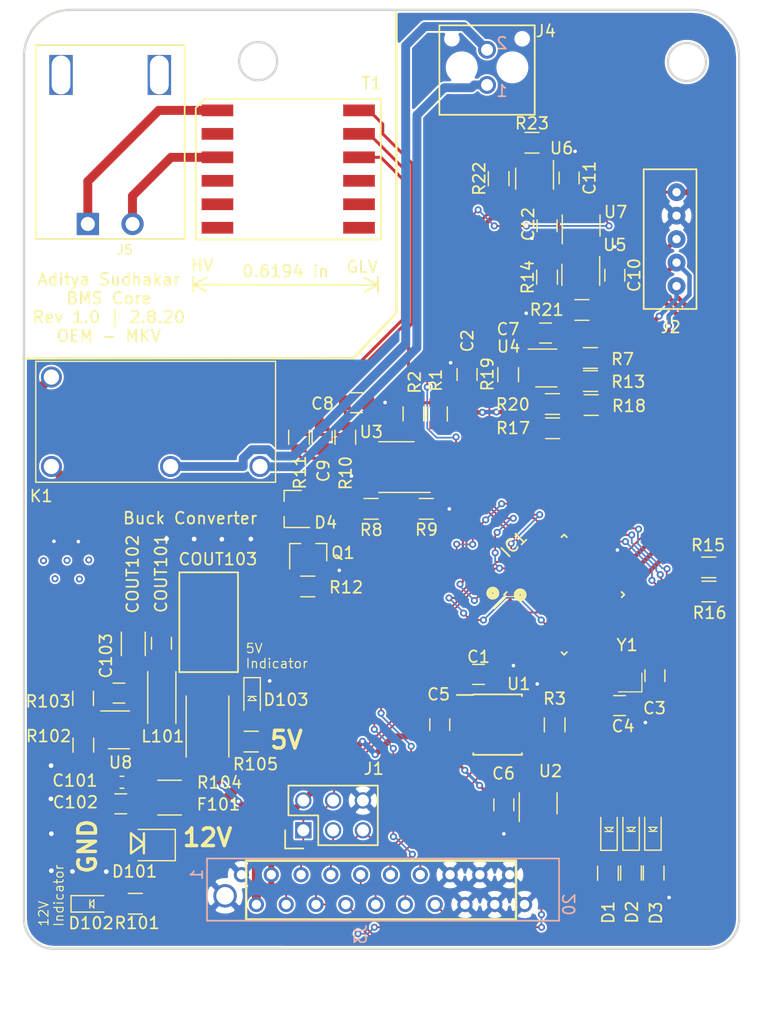
<source format=kicad_pcb>
(kicad_pcb (version 20171130) (host pcbnew "(5.1.4-0-10_14)")
  (layers (0 F.Cu signal) (31 B.Cu signal) (34 B.Paste user) (35 F.Paste user) (36 B.SilkS user hide) (37 F.SilkS user) (38 B.Mask user hide) (39 F.Mask user hide) (44 Edge.Cuts user))
  (net 0 "")
  (net 1 GND)
  (net 2 VCC)
  (net 3 /MISO)
  (net 4 /MOSI)
  (net 5 /TXCAN)
  (net 6 /RXCAN)
  (net 7 /SCK)
  (net 8 "Net-(IC1-Pad21)")
  (net 9 "Net-(IC1-Pad23)")
  (net 10 /RESET)
  (net 11 /CANL)
  (net 12 /CANH)
  (net 13 "Net-(C2-Pad1)")
  (net 14 +12V)
  (net 15 "Net-(IC1-Pad26)")
  (net 16 "Net-(U1-Pad5)")
  (net 17 "Net-(C3-Pad1)")
  (net 18 "Net-(C4-Pad1)")
  (net 19 "Net-(C103-Pad1)")
  (net 20 "Net-(D102-Pad2)")
  (net 21 "Net-(D103-Pad2)")
  (net 22 "Net-(IC1-Pad24)")
  (net 23 "Net-(R102-Pad1)")
  (net 24 "Net-(T1-Pad9)")
  (net 25 "Net-(T1-Pad2)")
  (net 26 "Net-(T1-Pad6)")
  (net 27 "Net-(T1-Pad7)")
  (net 28 "Net-(T1-Pad8)")
  (net 29 "Net-(C8-Pad1)")
  (net 30 "Net-(C9-Pad1)")
  (net 31 "Net-(C101-Pad1)")
  (net 32 /PROG_1)
  (net 33 "Net-(D1-Pad1)")
  (net 34 "Net-(D2-Pad1)")
  (net 35 /PROG_2)
  (net 36 /PROG_3)
  (net 37 "Net-(D3-Pad1)")
  (net 38 /FAN_PWM_RAW)
  (net 39 /MISO_iso)
  (net 40 /MOSI_iso)
  (net 41 /VREF)
  (net 42 /VOUT)
  (net 43 /BMS_SENSE)
  (net 44 /RELAY_DRIVE)
  (net 45 /CS_iso)
  (net 46 /SCK_iso)
  (net 47 /BSPD_CURRENT)
  (net 48 "/SHDN_IN(MAIN_PACK->BMS)")
  (net 49 "/SHDN_OUT(BMS->IMD)")
  (net 50 /RJ45_LED1)
  (net 51 /RJ45_LED2)
  (net 52 /FAN_PWM)
  (net 53 "Net-(R8-Pad2)")
  (net 54 "Net-(R8-Pad1)")
  (net 55 "Net-(R10-Pad1)")
  (net 56 "Net-(R11-Pad2)")
  (net 57 "Net-(U2-Pad1)")
  (net 58 "Net-(D4-Pad1)")
  (net 59 /~OCD)
  (net 60 "Net-(R14-Pad1)")
  (net 61 "Net-(R17-Pad2)")
  (net 62 "Net-(R18-Pad2)")
  (net 63 "Net-(R20-Pad2)")
  (net 64 "Net-(R22-Pad2)")
  (net 65 "Net-(U5-Pad1)")
  (net 66 "Net-(U6-Pad1)")
  (net 67 "Net-(J5-Pad2)")
  (net 68 "Net-(J5-Pad1)")
  (net 69 "Net-(C103-Pad2)")
  (net 70 "Net-(COUT101-Pad1)")
  (net 71 "Net-(IC1-Pad32)")
  (net 72 "Net-(IC1-Pad29)")
  (net 73 "Net-(T1-Pad4)")
  (net 74 "Net-(T1-Pad5)")
  (module Package_TO_SOT_SMD:SOT-23 (layer F.Cu) (at 53.2257 139.5857 180)
    (fp_text reference D4 (at -2.7813 -1.1557) (layer F.SilkS))
    (fp_text value BAS40-00 hide)
    (pad 1 smd rect (at -1 -0.95 180) (size 0.9 0.8) (layers F.Cu F.Paste F.Mask) (net 58 "Net-(D4-Pad1)"))
    (pad 2 smd rect (at -1 0.95 180) (size 0.9 0.8) (layers F.Cu F.Paste F.Mask) (net 58 "Net-(D4-Pad1)"))
    (pad 3 smd rect (at 1 0 180) (size 0.9 0.8) (layers F.Cu F.Paste F.Mask) (net 14 +12V))
  )
  (module footprints:iso_spi_cutout (layer F.Cu) (at 37.63772 115.30076)
    (fp_text reference J5 (at 1.25 2.2) (layer F.SilkS) (effects (font (size 0.8 0.8) (thickness 0.12))))
    (fp_text value isoSPI-Cutout hide)
    (pad 2 thru_hole circle (at 1.905 0) (size 1.9 1.9) (drill 1.2) (layers *.Cu *.Mask) (net 67 "Net-(J5-Pad2)"))
    (pad 1 thru_hole rect (at -1.905 0) (size 1.9 1.9) (drill 1.2) (layers *.Cu *.Mask) (net 68 "Net-(J5-Pad1)"))
    (pad "" np_thru_hole rect (at 4.191 -12.7) (size 2 3.4) (drill oval 1.6002 3.302) (layers *.Cu *.Mask))
    (pad "" np_thru_hole rect (at -4.191 -12.7) (size 2 3.4) (drill oval 1.6002 3.302) (layers *.Cu *.Mask))
  )
  (module footprints:TQFP-32_7x7mm_Pitch0.8mm (layer F.Cu) (at 76.3397 146.8882 45)
    (fp_text reference IC1 (at 0 -6.05 45) (layer F.SilkS))
    (fp_text value ATMEGA16M1 hide)
    (pad 32 smd rect (at -2.8 -4.25 135) (size 1.6 0.55) (layers F.Cu F.Paste F.Mask) (net 71 "Net-(IC1-Pad32)"))
    (pad 31 smd rect (at -2 -4.25 135) (size 1.6 0.55) (layers F.Cu F.Paste F.Mask) (net 10 /RESET))
    (pad 30 smd rect (at -1.2 -4.25 135) (size 1.6 0.55) (layers F.Cu F.Paste F.Mask) (net 47 /BSPD_CURRENT))
    (pad 29 smd rect (at -0.4 -4.25 135) (size 1.6 0.55) (layers F.Cu F.Paste F.Mask) (net 72 "Net-(IC1-Pad29)"))
    (pad 28 smd rect (at 0.4 -4.25 135) (size 1.6 0.55) (layers F.Cu F.Paste F.Mask) (net 46 /SCK_iso))
    (pad 27 smd rect (at 1.2 -4.25 135) (size 1.6 0.55) (layers F.Cu F.Paste F.Mask) (net 45 /CS_iso))
    (pad 26 smd rect (at 2 -4.25 135) (size 1.6 0.55) (layers F.Cu F.Paste F.Mask) (net 15 "Net-(IC1-Pad26)"))
    (pad 25 smd rect (at 2.8 -4.25 135) (size 1.6 0.55) (layers F.Cu F.Paste F.Mask) (net 44 /RELAY_DRIVE))
    (pad 24 smd rect (at 4.25 -2.8 45) (size 1.6 0.55) (layers F.Cu F.Paste F.Mask) (net 22 "Net-(IC1-Pad24)"))
    (pad 23 smd rect (at 4.25 -2 45) (size 1.6 0.55) (layers F.Cu F.Paste F.Mask) (net 9 "Net-(IC1-Pad23)"))
    (pad 22 smd rect (at 4.25 -1.2 45) (size 1.6 0.55) (layers F.Cu F.Paste F.Mask) (net 43 /BMS_SENSE))
    (pad 21 smd rect (at 4.25 -0.4 45) (size 1.6 0.55) (layers F.Cu F.Paste F.Mask) (net 8 "Net-(IC1-Pad21)"))
    (pad 20 smd rect (at 4.25 0.4 45) (size 1.6 0.55) (layers F.Cu F.Paste F.Mask) (net 1 GND))
    (pad 19 smd rect (at 4.25 1.2 45) (size 1.6 0.55) (layers F.Cu F.Paste F.Mask) (net 13 "Net-(C2-Pad1)"))
    (pad 18 smd rect (at 4.25 2 45) (size 1.6 0.55) (layers F.Cu F.Paste F.Mask) (net 42 /VOUT))
    (pad 17 smd rect (at 4.25 2.8 45) (size 1.6 0.55) (layers F.Cu F.Paste F.Mask) (net 41 /VREF))
    (pad 16 smd rect (at 2.8 4.25 135) (size 1.6 0.55) (layers F.Cu F.Paste F.Mask) (net 59 /~OCD))
    (pad 15 smd rect (at 2 4.25 135) (size 1.6 0.55) (layers F.Cu F.Paste F.Mask) (net 36 /PROG_3))
    (pad 14 smd rect (at 1.2 4.25 135) (size 1.6 0.55) (layers F.Cu F.Paste F.Mask) (net 35 /PROG_2))
    (pad 13 smd rect (at 0.4 4.25 135) (size 1.6 0.55) (layers F.Cu F.Paste F.Mask) (net 32 /PROG_1))
    (pad 12 smd rect (at -0.4 4.25 135) (size 1.6 0.55) (layers F.Cu F.Paste F.Mask) (net 7 /SCK))
    (pad 11 smd rect (at -1.2 4.25 135) (size 1.6 0.55) (layers F.Cu F.Paste F.Mask) (net 17 "Net-(C3-Pad1)"))
    (pad 10 smd rect (at -2 4.25 135) (size 1.6 0.55) (layers F.Cu F.Paste F.Mask) (net 18 "Net-(C4-Pad1)"))
    (pad 9 smd rect (at -2.8 4.25 135) (size 1.6 0.55) (layers F.Cu F.Paste F.Mask) (net 40 /MOSI_iso))
    (pad 8 smd rect (at -4.25 2.8 45) (size 1.6 0.55) (layers F.Cu F.Paste F.Mask) (net 39 /MISO_iso))
    (pad 7 smd rect (at -4.25 2 45) (size 1.6 0.55) (layers F.Cu F.Paste F.Mask) (net 6 /RXCAN))
    (pad 6 smd rect (at -4.25 1.2 45) (size 1.6 0.55) (layers F.Cu F.Paste F.Mask) (net 5 /TXCAN))
    (pad 5 smd rect (at -4.25 0.4 45) (size 1.6 0.55) (layers F.Cu F.Paste F.Mask) (net 1 GND))
    (pad 4 smd rect (at -4.25 -0.4 45) (size 1.6 0.55) (layers F.Cu F.Paste F.Mask) (net 2 VCC))
    (pad 3 smd rect (at -4.25 -1.2 45) (size 1.6 0.55) (layers F.Cu F.Paste F.Mask) (net 38 /FAN_PWM_RAW))
    (pad 2 smd rect (at -4.25 -2 45) (size 1.6 0.55) (layers F.Cu F.Paste F.Mask) (net 4 /MOSI))
    (pad 1 smd rect (at -4.25 -2.8 45) (size 1.6 0.55) (layers F.Cu F.Paste F.Mask) (net 3 /MISO))
  )
  (module footprints:R_0805_OEM (layer F.Cu) (at 88.6841 146.6215 180)
    (fp_text reference R16 (at -0.0508 -1.8161) (layer F.SilkS))
    (fp_text value R_200 hide)
    (pad 1 smd rect (at -0.95 0 180) (size 0.7 1.3) (layers F.Cu F.Paste F.Mask) (net 50 /RJ45_LED1))
    (pad 2 smd rect (at 0.95 0 180) (size 0.7 1.3) (layers F.Cu F.Paste F.Mask) (net 9 "Net-(IC1-Pad23)"))
  )
  (module footprints:B5B-PH-K-S (layer F.Cu) (at 85.91804 116.59108 270)
    (fp_text reference J2 (at 7.5 0.5) (layer F.SilkS))
    (fp_text value B5B-PH-K-S hide)
    (pad 1 thru_hole circle (at -4 0 270) (size 1.524 1.524) (drill 0.71) (layers *.Cu *.Mask) (net 2 VCC))
    (pad 2 thru_hole circle (at -2 0 270) (size 1.524 1.524) (drill 0.71) (layers *.Cu *.Mask) (net 1 GND))
    (pad 3 thru_hole circle (at 0 0 270) (size 1.524 1.524) (drill 0.71) (layers *.Cu *.Mask) (net 42 /VOUT))
    (pad 4 thru_hole circle (at 2 0 270) (size 1.524 1.524) (drill 0.71) (layers *.Cu *.Mask) (net 41 /VREF))
    (pad 5 thru_hole circle (at 4 0 270) (size 1.524 1.524) (drill 0.71) (layers *.Cu *.Mask) (net 59 /~OCD))
  )
  (module footprints:micromatch_female_vert_20 (layer B.Cu) (at 53.9115 170.7515 270)
    (fp_text reference J3 (at 5.08 -5.08 270) (layer B.SilkS) (effects (justify mirror)))
    (fp_text value MM_F_VT_20 hide)
    (fp_text user 20 (at 2.54 -22.86 270) (layer B.SilkS) (effects (justify mirror)))
    (fp_text user 1 (at 0 8.89 270) (layer B.SilkS) (effects (justify mirror)))
    (pad 5 thru_hole circle (at 0 0 270) (size 1.3 1.3) (drill 0.8) (layers *.Cu *.Mask) (net 4 /MOSI))
    (pad 3 thru_hole circle (at 0 2.54 270) (size 1.3 1.3) (drill 0.8) (layers *.Cu *.Mask) (net 2 VCC))
    (pad 1 thru_hole circle (at 0 5.08 270) (size 1.3 1.3) (drill 0.8) (layers *.Cu *.Mask) (net 1 GND))
    (pad 7 thru_hole circle (at 0 -2.54 270) (size 1.3 1.3) (drill 0.8) (layers *.Cu *.Mask) (net 10 /RESET))
    (pad 2 thru_hole circle (at 2.54 3.81 270) (size 1.3 1.3) (drill 0.8) (layers *.Cu *.Mask) (net 14 +12V))
    (pad 4 thru_hole circle (at 2.54 1.27 270) (size 1.3 1.3) (drill 0.8) (layers *.Cu *.Mask) (net 3 /MISO))
    (pad 6 thru_hole circle (at 2.54 -1.27 270) (size 1.3 1.3) (drill 0.8) (layers *.Cu *.Mask) (net 7 /SCK))
    (pad 8 thru_hole circle (at 2.54 -3.81 270) (size 1.3 1.3) (drill 0.8) (layers *.Cu *.Mask) (net 50 /RJ45_LED1))
    (pad 9 thru_hole circle (at 0 -5.08 270) (size 1.3 1.3) (drill 0.8) (layers *.Cu *.Mask) (net 51 /RJ45_LED2))
    (pad 10 thru_hole circle (at 2.54 -6.35 270) (size 1.3 1.3) (drill 0.8) (layers *.Cu *.Mask) (net 12 /CANH))
    (pad 11 thru_hole circle (at 0 -7.62 270) (size 1.3 1.3) (drill 0.8) (layers *.Cu *.Mask) (net 11 /CANL))
    (pad 12 thru_hole circle (at 2.54 -8.89 270) (size 1.3 1.3) (drill 0.8) (layers *.Cu *.Mask) (net 47 /BSPD_CURRENT))
    (pad 13 thru_hole circle (at 0 -10.16 270) (size 1.3 1.3) (drill 0.8) (layers *.Cu *.Mask) (net 52 /FAN_PWM))
    (pad 14 thru_hole circle (at 2.54 -11.43 270) (size 1.3 1.3) (drill 0.8) (layers *.Cu *.Mask) (net 43 /BMS_SENSE))
    (pad 15 thru_hole circle (at 0 -12.7 270) (size 1.3 1.3) (drill 0.8) (layers *.Cu *.Mask) (net 1 GND))
    (pad 16 thru_hole circle (at 2.54 -13.97 270) (size 1.3 1.3) (drill 0.8) (layers *.Cu *.Mask) (net 1 GND))
    (pad 17 thru_hole circle (at 0 -15.24 270) (size 1.3 1.3) (drill 0.8) (layers *.Cu *.Mask) (net 1 GND))
    (pad 18 thru_hole circle (at 2.54 -16.51 270) (size 1.3 1.3) (drill 0.8) (layers *.Cu *.Mask) (net 1 GND))
    (pad 19 thru_hole circle (at 0 -17.78 270) (size 1.3 1.3) (drill 0.8) (layers *.Cu *.Mask) (net 1 GND))
    (pad 20 thru_hole circle (at 2.54 -19.05 270) (size 1.3 1.3) (drill 0.8) (layers *.Cu *.Mask) (net 1 GND))
    (pad 21 thru_hole circle (at 1.8 6.48 270) (size 2 2) (drill 1.5) (layers *.Cu *.Mask) (net 1 GND))
  )
  (module footprints:C_0805_OEM (layer F.Cu) (at 65.7352 157.9626 90)
    (fp_text reference C5 (at 2.5781 -0.1016 180) (layer F.SilkS))
    (fp_text value C_0.1uF hide)
    (pad 1 smd rect (at -1 0 90) (size 1 1.25) (layers F.Cu F.Paste F.Mask) (net 2 VCC))
    (pad 2 smd rect (at 1 0 90) (size 1 1.25) (layers F.Cu F.Paste F.Mask) (net 1 GND))
  )
  (module footprints:Pin_Header_Straight_2x03 (layer F.Cu) (at 54.102 166.9669 90)
    (fp_text reference J1 (at 5.2451 6.0071 180) (layer F.SilkS))
    (fp_text value CONN_02X03 hide)
    (pad 1 thru_hole rect (at 0 0 90) (size 1.4 1.4) (drill 1.016) (layers *.Cu *.Mask) (net 3 /MISO))
    (pad 2 thru_hole circle (at 2.54 0 90) (size 1.4 1.4) (drill 1.016) (layers *.Cu *.Mask) (net 2 VCC))
    (pad 3 thru_hole circle (at 0 2.54 90) (size 1.4 1.4) (drill 1.016) (layers *.Cu *.Mask) (net 7 /SCK))
    (pad 4 thru_hole circle (at 2.54 2.54 90) (size 1.4 1.4) (drill 1.016) (layers *.Cu *.Mask) (net 4 /MOSI))
    (pad 5 thru_hole circle (at 0 5.08 90) (size 1.4 1.4) (drill 1.016) (layers *.Cu *.Mask) (net 10 /RESET))
    (pad 6 thru_hole circle (at 2.54 5.08 90) (size 1.4 1.4) (drill 1.016) (layers *.Cu *.Mask) (net 1 GND))
  )
  (module footprints:SOT-23-6_OEM (layer F.Cu) (at 38.3794 158.40964)
    (fp_text reference U8 (at 0.14478 2.7813) (layer F.SilkS))
    (fp_text value TPS560430YF hide)
    (pad 1 smd rect (at -1.1 -0.95) (size 1.06 0.65) (layers F.Cu F.Paste F.Mask) (net 69 "Net-(C103-Pad2)"))
    (pad 2 smd rect (at -1.1 0) (size 1.06 0.65) (layers F.Cu F.Paste F.Mask) (net 1 GND))
    (pad 3 smd rect (at -1.1 0.95) (size 1.06 0.65) (layers F.Cu F.Paste F.Mask) (net 23 "Net-(R102-Pad1)"))
    (pad 4 smd rect (at 1.1 0.95) (size 1.06 0.65) (layers F.Cu F.Paste F.Mask) (net 31 "Net-(C101-Pad1)"))
    (pad 6 smd rect (at 1.1 -0.95) (size 1.06 0.65) (layers F.Cu F.Paste F.Mask) (net 19 "Net-(C103-Pad1)"))
    (pad 5 smd rect (at 1.1 0) (size 1.06 0.65) (layers F.Cu F.Paste F.Mask) (net 31 "Net-(C101-Pad1)"))
  )
  (module footprints:C_0805_OEM (layer F.Cu) (at 69.0372 153.6827)
    (fp_text reference C1 (at 0 -1.5) (layer F.SilkS))
    (fp_text value C_0.1uF hide)
    (pad 1 smd rect (at -1 0) (size 1 1.25) (layers F.Cu F.Paste F.Mask) (net 2 VCC))
    (pad 2 smd rect (at 1 0) (size 1 1.25) (layers F.Cu F.Paste F.Mask) (net 1 GND))
  )
  (module footprints:C_0805_OEM (layer F.Cu) (at 68.0593 128.12776 90)
    (fp_text reference C2 (at 2.8702 0.0254 90) (layer F.SilkS))
    (fp_text value C_100pF hide)
    (pad 2 smd rect (at 1 0 90) (size 1 1.25) (layers F.Cu F.Paste F.Mask) (net 1 GND))
    (pad 1 smd rect (at -1 0 90) (size 1 1.25) (layers F.Cu F.Paste F.Mask) (net 13 "Net-(C2-Pad1)"))
  )
  (module footprints:C_0805_OEM (layer F.Cu) (at 84.07654 153.79192 270)
    (fp_text reference C3 (at 2.77114 0.0381 180) (layer F.SilkS))
    (fp_text value C_30pF hide)
    (pad 2 smd rect (at 1 0 270) (size 1 1.25) (layers F.Cu F.Paste F.Mask) (net 1 GND))
    (pad 1 smd rect (at -1 0 270) (size 1 1.25) (layers F.Cu F.Paste F.Mask) (net 17 "Net-(C3-Pad1)"))
  )
  (module footprints:C_0805_OEM (layer F.Cu) (at 81.05902 156.34208)
    (fp_text reference C4 (at 0.30226 1.75514 180) (layer F.SilkS))
    (fp_text value C_30pF hide)
    (pad 1 smd rect (at -1 0) (size 1 1.25) (layers F.Cu F.Paste F.Mask) (net 18 "Net-(C4-Pad1)"))
    (pad 2 smd rect (at 1 0) (size 1 1.25) (layers F.Cu F.Paste F.Mask) (net 1 GND))
  )
  (module footprints:C_0805_OEM (layer F.Cu) (at 71.1962 164.7952 90)
    (fp_text reference C6 (at 2.667 -0.0254 180) (layer F.SilkS))
    (fp_text value C_0.1uF hide)
    (pad 2 smd rect (at 1 0 90) (size 1 1.25) (layers F.Cu F.Paste F.Mask) (net 2 VCC))
    (pad 1 smd rect (at -1 0 90) (size 1 1.25) (layers F.Cu F.Paste F.Mask) (net 1 GND))
  )
  (module footprints:C_0805_OEM (layer F.Cu) (at 74.7522 124.59716 180)
    (fp_text reference C7 (at 3.2004 0.3302) (layer F.SilkS))
    (fp_text value C_0.1uF hide)
    (pad 2 smd rect (at 1 0 180) (size 1 1.25) (layers F.Cu F.Paste F.Mask) (net 1 GND))
    (pad 1 smd rect (at -1 0 180) (size 1 1.25) (layers F.Cu F.Paste F.Mask) (net 2 VCC))
  )
  (module footprints:C_0805_OEM (layer F.Cu) (at 58.6359 130.5306)
    (fp_text reference C8 (at -2.8956 0.0762) (layer F.SilkS))
    (fp_text value C_10nF hide)
    (pad 1 smd rect (at -1 0) (size 1 1.25) (layers F.Cu F.Paste F.Mask) (net 29 "Net-(C8-Pad1)"))
    (pad 2 smd rect (at 1 0) (size 1 1.25) (layers F.Cu F.Paste F.Mask) (net 1 GND))
  )
  (module footprints:C_0805_OEM (layer F.Cu) (at 55.7022 133.4643 270)
    (fp_text reference C9 (at 2.8702 -0.1143 270) (layer F.SilkS))
    (fp_text value C_10nF hide)
    (pad 1 smd rect (at -1 0 270) (size 1 1.25) (layers F.Cu F.Paste F.Mask) (net 30 "Net-(C9-Pad1)"))
    (pad 2 smd rect (at 1 0 270) (size 1 1.25) (layers F.Cu F.Paste F.Mask) (net 1 GND))
  )
  (module footprints:C_0805_OEM (layer F.Cu) (at 80.6577 119.66956 90)
    (fp_text reference C10 (at 0.01016 1.65354 270) (layer F.SilkS))
    (fp_text value C_0.1uF hide)
    (pad 1 smd rect (at -1 0 90) (size 1 1.25) (layers F.Cu F.Paste F.Mask) (net 2 VCC))
    (pad 2 smd rect (at 1 0 90) (size 1 1.25) (layers F.Cu F.Paste F.Mask) (net 1 GND))
  )
  (module footprints:C_0805_OEM (layer F.Cu) (at 76.7588 111.37646 90)
    (fp_text reference C11 (at -0.00254 1.74244 270) (layer F.SilkS))
    (fp_text value C_0.1uF hide)
    (pad 1 smd rect (at -1 0 90) (size 1 1.25) (layers F.Cu F.Paste F.Mask) (net 2 VCC))
    (pad 2 smd rect (at 1 0 90) (size 1 1.25) (layers F.Cu F.Paste F.Mask) (net 1 GND))
  )
  (module footprints:C_0603_1608Metric (layer F.Cu) (at 38.64102 162.87496 180)
    (fp_text reference C101 (at 4.00812 0.14478) (layer F.SilkS))
    (fp_text value C_2.2uF hide)
    (pad 1 smd roundrect (at -0.7875 0 180) (size 0.875 0.95) (layers F.Cu F.Paste F.Mask) (net 31 "Net-(C101-Pad1)"))
    (pad 2 smd roundrect (at 0.7875 0 180) (size 0.875 0.95) (layers F.Cu F.Paste F.Mask) (net 1 GND))
  )
  (module footprints:C_0805_OEM (layer F.Cu) (at 38.54196 164.71138 180)
    (fp_text reference C102 (at 3.86334 0.13462) (layer F.SilkS))
    (fp_text value C_0.1uF hide)
    (pad 2 smd rect (at 1 0 180) (size 1 1.25) (layers F.Cu F.Paste F.Mask) (net 1 GND))
    (pad 1 smd rect (at -1 0 180) (size 1 1.25) (layers F.Cu F.Paste F.Mask) (net 31 "Net-(C101-Pad1)"))
  )
  (module footprints:C_0805_OEM (layer F.Cu) (at 38.3921 155.27782 180)
    (fp_text reference C103 (at 1.12014 3.17754 90) (layer F.SilkS))
    (fp_text value C_0.1uF hide)
    (pad 1 smd rect (at -1 0 180) (size 1 1.25) (layers F.Cu F.Paste F.Mask) (net 19 "Net-(C103-Pad1)"))
    (pad 2 smd rect (at 1 0 180) (size 1 1.25) (layers F.Cu F.Paste F.Mask) (net 69 "Net-(C103-Pad2)"))
  )
  (module footprints:C_0805_OEM (layer F.Cu) (at 42.00906 151.03094 90)
    (fp_text reference COUT101 (at 5.94614 -0.03302 90) (layer F.SilkS))
    (fp_text value C_47uF hide)
    (pad 2 smd rect (at 1 0 90) (size 1 1.25) (layers F.Cu F.Paste F.Mask) (net 1 GND))
    (pad 1 smd rect (at -1 0 90) (size 1 1.25) (layers F.Cu F.Paste F.Mask) (net 70 "Net-(COUT101-Pad1)"))
  )
  (module footprints:C_1206_OEM (layer F.Cu) (at 39.60622 151.08174 90)
    (fp_text reference COUT102 (at 5.9436 -0.05334 90) (layer F.SilkS))
    (fp_text value C_22uF hide)
    (pad 1 smd rect (at -1.5 0 90) (size 1 1.6) (layers F.Cu F.Paste F.Mask) (net 70 "Net-(COUT101-Pad1)"))
    (pad 2 smd rect (at 1.5 0 90) (size 1 1.6) (layers F.Cu F.Paste F.Mask) (net 1 GND))
  )
  (module footprints:Fuse_1812 (layer F.Cu) (at 46.03242 151.98598 90)
    (fp_text reference COUT103 (at 8.12038 0.78994 180) (layer F.SilkS))
    (fp_text value C_33uF hide)
    (pad 2 smd rect (at 5.28 0 90) (size 1.78 3.5) (layers F.Cu F.Paste F.Mask) (net 1 GND))
    (pad 1 smd rect (at 0 0 90) (size 1.78 3.5) (layers F.Cu F.Paste F.Mask) (net 70 "Net-(COUT101-Pad1)"))
  )
  (module footprints:LED_0805_OEM (layer F.Cu) (at 80.15986 166.87546 90)
    (fp_text reference D1 (at -7.08914 -0.05842 90) (layer F.SilkS))
    (fp_text value LED_0805 hide)
    (pad 2 smd rect (at 1.1 0 270) (size 1.2 1.2) (layers F.Cu F.Paste F.Mask) (net 32 /PROG_1))
    (pad 1 smd rect (at -1.1 0 270) (size 1.2 1.2) (layers F.Cu F.Paste F.Mask) (net 33 "Net-(D1-Pad1)"))
  )
  (module footprints:LED_0805_OEM (layer F.Cu) (at 82.042 166.8653 90)
    (fp_text reference D2 (at -7.0739 0.0762 90) (layer F.SilkS))
    (fp_text value LED_0805 hide)
    (pad 1 smd rect (at -1.1 0 270) (size 1.2 1.2) (layers F.Cu F.Paste F.Mask) (net 34 "Net-(D2-Pad1)"))
    (pad 2 smd rect (at 1.1 0 270) (size 1.2 1.2) (layers F.Cu F.Paste F.Mask) (net 35 /PROG_2))
  )
  (module footprints:LED_0805_OEM (layer F.Cu) (at 83.90636 166.86022 90)
    (fp_text reference D3 (at -7.15518 0.254 90) (layer F.SilkS))
    (fp_text value LED_0805 hide)
    (pad 2 smd rect (at 1.1 0 270) (size 1.2 1.2) (layers F.Cu F.Paste F.Mask) (net 36 /PROG_3))
    (pad 1 smd rect (at -1.1 0 270) (size 1.2 1.2) (layers F.Cu F.Paste F.Mask) (net 37 "Net-(D3-Pad1)"))
  )
  (module footprints:DO-214AA (layer F.Cu) (at 40.01262 168.22674 180)
    (fp_text reference D101 (at 0.3 -2.25) (layer F.SilkS))
    (fp_text value D_Zener_18V hide)
    (pad 2 smd rect (at 2.032 0) (size 1.778 2.159) (layers F.Cu F.Paste F.Mask) (net 1 GND))
    (pad 1 smd rect (at -2.032 0) (size 1.778 2.159) (layers F.Cu F.Paste F.Mask) (net 31 "Net-(C101-Pad1)"))
  )
  (module footprints:LED_0805_OEM (layer F.Cu) (at 36.10102 173.23562)
    (fp_text reference D102 (at -0.09652 1.651) (layer F.SilkS))
    (fp_text value LED_0805 hide)
    (pad 1 smd rect (at -1.1 0 180) (size 1.2 1.2) (layers F.Cu F.Paste F.Mask) (net 1 GND))
    (pad 2 smd rect (at 1.1 0 180) (size 1.2 1.2) (layers F.Cu F.Paste F.Mask) (net 20 "Net-(D102-Pad2)"))
  )
  (module footprints:LED_0805_OEM (layer F.Cu) (at 49.73574 155.76042 270)
    (fp_text reference D103 (at 0.08128 -2.89306 180) (layer F.SilkS))
    (fp_text value LED_0805 hide)
    (pad 2 smd rect (at 1.1 0 90) (size 1.2 1.2) (layers F.Cu F.Paste F.Mask) (net 21 "Net-(D103-Pad2)"))
    (pad 1 smd rect (at -1.1 0 90) (size 1.2 1.2) (layers F.Cu F.Paste F.Mask) (net 1 GND))
  )
  (module footprints:Fuse_1210 (layer F.Cu) (at 42.70502 164.18306 180)
    (fp_text reference F101 (at -4.16052 -0.57912 180) (layer F.SilkS))
    (fp_text value 500mA hide)
    (pad 1 smd rect (at -1.45 0 180) (size 0.9 2.5) (layers F.Cu F.Paste F.Mask) (net 14 +12V))
    (pad 2 smd rect (at 1.45 0 180) (size 0.9 2.5) (layers F.Cu F.Paste F.Mask) (net 31 "Net-(C101-Pad1)"))
  )
  (module footprints:MicroFit_V_2 (layer F.Cu) (at 69.76364 103.4542)
    (fp_text reference J4 (at 5.0038 -4.5847) (layer F.SilkS))
    (fp_text value MicroFit_V_2 hide)
    (fp_text user 1 (at 1.27 0.508) (layer B.SilkS) (effects (justify mirror)))
    (fp_text user 2 (at 1.27 -3.556) (layer B.SilkS) (effects (justify mirror)))
    (pad 1 thru_hole circle (at 0 0) (size 1.524 1.524) (drill 1.016) (layers *.Cu *.Mask) (net 48 "/SHDN_IN(MAIN_PACK->BMS)"))
    (pad 2 thru_hole circle (at 0 -2.9972) (size 1.524 1.524) (drill 1.016) (layers *.Cu *.Mask) (net 49 "/SHDN_OUT(BMS->IMD)"))
    (pad "" np_thru_hole circle (at 2.159 -1.4986) (size 2.413 2.413) (drill 2.413) (layers *.Cu *.Mask))
    (pad "" np_thru_hole circle (at -2.159 -1.4986) (size 2.413 2.413) (drill 2.413) (layers *.Cu *.Mask))
    (pad "" np_thru_hole circle (at -2.9972 -3.937) (size 1.016 1.016) (drill 1.016) (layers *.Cu *.Mask))
    (pad "" np_thru_hole circle (at 2.9972 -3.937) (size 1.016 1.016) (drill 1.016) (layers *.Cu *.Mask))
  )
  (module footprints:L_100uH_OEM (layer F.Cu) (at 42.03954 155.64886 90)
    (fp_text reference L101 (at -3.31196 0.08128) (layer F.SilkS))
    (fp_text value L_100uH hide)
    (pad 1 smd rect (at -1.6 0 90) (size 1.2 2) (layers F.Cu F.Paste F.Mask) (net 19 "Net-(C103-Pad1)"))
    (pad 2 smd rect (at 1.6 0 90) (size 1.2 2) (layers F.Cu F.Paste F.Mask) (net 70 "Net-(COUT101-Pad1)"))
  )
  (module footprints:SOT-23F (layer F.Cu) (at 54.5211 143.2941 90)
    (fp_text reference Q1 (at -0.0254 2.9591 180) (layer F.SilkS))
    (fp_text value SSM3K333R hide)
    (pad 1 smd rect (at -1.05 -0.95 90) (size 0.9 0.8) (layers F.Cu F.Paste F.Mask) (net 44 /RELAY_DRIVE))
    (pad 2 smd rect (at -1.05 0.95 90) (size 0.9 0.8) (layers F.Cu F.Paste F.Mask) (net 1 GND))
    (pad 3 smd rect (at 1.05 0 90) (size 0.9 0.8) (layers F.Cu F.Paste F.Mask) (net 58 "Net-(D4-Pad1)"))
  )
  (module footprints:R_0805_OEM (layer F.Cu) (at 65.4939 131.49326 270)
    (fp_text reference R1 (at -2.8702 0.1016 90) (layer F.SilkS))
    (fp_text value R_100 hide)
    (pad 1 smd rect (at -0.95 0 270) (size 0.7 1.3) (layers F.Cu F.Paste F.Mask) (net 2 VCC))
    (pad 2 smd rect (at 0.95 0 270) (size 0.7 1.3) (layers F.Cu F.Paste F.Mask) (net 13 "Net-(C2-Pad1)"))
  )
  (module footprints:R_0805_OEM (layer F.Cu) (at 63.4873 131.48056 270)
    (fp_text reference R2 (at -2.6924 -0.1143 90) (layer F.SilkS))
    (fp_text value R_10K hide)
    (pad 2 smd rect (at 0.95 0 270) (size 0.7 1.3) (layers F.Cu F.Paste F.Mask) (net 10 /RESET))
    (pad 1 smd rect (at -0.95 0 270) (size 0.7 1.3) (layers F.Cu F.Paste F.Mask) (net 2 VCC))
  )
  (module footprints:R_0805_OEM (layer F.Cu) (at 75.5269 157.988 270)
    (fp_text reference R3 (at -2.2352 0 180) (layer F.SilkS))
    (fp_text value R_200 hide)
    (pad 2 smd rect (at 0.95 0 270) (size 0.7 1.3) (layers F.Cu F.Paste F.Mask) (net 11 /CANL))
    (pad 1 smd rect (at -0.95 0 270) (size 0.7 1.3) (layers F.Cu F.Paste F.Mask) (net 12 /CANH))
  )
  (module footprints:R_0805_OEM (layer F.Cu) (at 80.06842 170.63212 270)
    (fp_text reference R4 hide)
    (fp_text value R_200 hide)
    (pad 2 smd rect (at 0.95 0 270) (size 0.7 1.3) (layers F.Cu F.Paste F.Mask) (net 1 GND))
    (pad 1 smd rect (at -0.95 0 270) (size 0.7 1.3) (layers F.Cu F.Paste F.Mask) (net 33 "Net-(D1-Pad1)"))
  )
  (module footprints:R_0805_OEM (layer F.Cu) (at 82.03438 170.60672 270)
    (fp_text reference R5 hide)
    (fp_text value R_200 hide)
    (pad 1 smd rect (at -0.95 0 270) (size 0.7 1.3) (layers F.Cu F.Paste F.Mask) (net 34 "Net-(D2-Pad1)"))
    (pad 2 smd rect (at 0.95 0 270) (size 0.7 1.3) (layers F.Cu F.Paste F.Mask) (net 1 GND))
  )
  (module footprints:R_0805_OEM (layer F.Cu) (at 83.96478 170.60926 270)
    (fp_text reference R6 hide)
    (fp_text value R_200 hide)
    (pad 2 smd rect (at 0.95 0 270) (size 0.7 1.3) (layers F.Cu F.Paste F.Mask) (net 1 GND))
    (pad 1 smd rect (at -0.95 0 270) (size 0.7 1.3) (layers F.Cu F.Paste F.Mask) (net 37 "Net-(D3-Pad1)"))
  )
  (module footprints:R_0805_OEM (layer F.Cu) (at 78.5749 126.71806)
    (fp_text reference R7 (at 2.7432 0.1016) (layer F.SilkS))
    (fp_text value R_10K hide)
    (pad 2 smd rect (at 0.95 0) (size 0.7 1.3) (layers F.Cu F.Paste F.Mask) (net 59 /~OCD))
    (pad 1 smd rect (at -0.95 0) (size 0.7 1.3) (layers F.Cu F.Paste F.Mask) (net 2 VCC))
  )
  (module footprints:R_0805_OEM (layer F.Cu) (at 59.8805 139.573)
    (fp_text reference R8 (at 0.0127 1.8034 180) (layer F.SilkS))
    (fp_text value R_3.01K hide)
    (pad 2 smd rect (at 0.95 0) (size 0.7 1.3) (layers F.Cu F.Paste F.Mask) (net 53 "Net-(R8-Pad2)"))
    (pad 1 smd rect (at -0.95 0) (size 0.7 1.3) (layers F.Cu F.Paste F.Mask) (net 54 "Net-(R8-Pad1)"))
  )
  (module footprints:R_0805_OEM (layer F.Cu) (at 64.5795 139.573)
    (fp_text reference R9 (at 0.0254 1.778) (layer F.SilkS))
    (fp_text value R_1K hide)
    (pad 1 smd rect (at -0.95 0) (size 0.7 1.3) (layers F.Cu F.Paste F.Mask) (net 53 "Net-(R8-Pad2)"))
    (pad 2 smd rect (at 0.95 0) (size 0.7 1.3) (layers F.Cu F.Paste F.Mask) (net 1 GND))
  )
  (module footprints:R_0805_OEM (layer F.Cu) (at 57.6834 133.477 90)
    (fp_text reference R10 (at -3.048 0.0254 270) (layer F.SilkS))
    (fp_text value R_60.4 hide)
    (pad 2 smd rect (at 0.95 0 90) (size 0.7 1.3) (layers F.Cu F.Paste F.Mask) (net 29 "Net-(C8-Pad1)"))
    (pad 1 smd rect (at -0.95 0 90) (size 0.7 1.3) (layers F.Cu F.Paste F.Mask) (net 55 "Net-(R10-Pad1)"))
  )
  (module footprints:R_0805_OEM (layer F.Cu) (at 53.7337 133.477 270)
    (fp_text reference R11 (at 2.9972 -0.0762 270) (layer F.SilkS))
    (fp_text value R_60.4 hide)
    (pad 1 smd rect (at -0.95 0 270) (size 0.7 1.3) (layers F.Cu F.Paste F.Mask) (net 29 "Net-(C8-Pad1)"))
    (pad 2 smd rect (at 0.95 0 270) (size 0.7 1.3) (layers F.Cu F.Paste F.Mask) (net 56 "Net-(R11-Pad2)"))
  )
  (module footprints:R_0805_OEM (layer F.Cu) (at 54.483 146.1897 180)
    (fp_text reference R12 (at -3.2639 -0.0762) (layer F.SilkS))
    (fp_text value R_10K hide)
    (pad 2 smd rect (at 0.95 0 180) (size 0.7 1.3) (layers F.Cu F.Paste F.Mask) (net 44 /RELAY_DRIVE))
    (pad 1 smd rect (at -0.95 0 180) (size 0.7 1.3) (layers F.Cu F.Paste F.Mask) (net 1 GND))
  )
  (module footprints:R_0805_OEM (layer F.Cu) (at 78.5876 128.68656 180)
    (fp_text reference R13 (at -3.2131 -0.0635) (layer F.SilkS))
    (fp_text value R_10K hide)
    (pad 1 smd rect (at -0.95 0 180) (size 0.7 1.3) (layers F.Cu F.Paste F.Mask) (net 42 /VOUT))
    (pad 2 smd rect (at 0.95 0 180) (size 0.7 1.3) (layers F.Cu F.Paste F.Mask) (net 2 VCC))
  )
  (module footprints:R_0805_OEM (layer F.Cu) (at 74.8792 119.83466 90)
    (fp_text reference R14 (at 0 -1.65 90) (layer F.SilkS))
    (fp_text value R_1K_0.1 hide)
    (pad 1 smd rect (at -0.95 0 90) (size 0.7 1.3) (layers F.Cu F.Paste F.Mask) (net 60 "Net-(R14-Pad1)"))
    (pad 2 smd rect (at 0.95 0 90) (size 0.7 1.3) (layers F.Cu F.Paste F.Mask) (net 1 GND))
  )
  (module footprints:R_0805_OEM (layer F.Cu) (at 88.6587 144.5641 180)
    (fp_text reference R15 (at 0.0508 1.8923) (layer F.SilkS))
    (fp_text value R_200 hide)
    (pad 1 smd rect (at -0.95 0 180) (size 0.7 1.3) (layers F.Cu F.Paste F.Mask) (net 51 /RJ45_LED2))
    (pad 2 smd rect (at 0.95 0 180) (size 0.7 1.3) (layers F.Cu F.Paste F.Mask) (net 22 "Net-(IC1-Pad24)"))
  )
  (module footprints:R_0805_OEM (layer F.Cu) (at 75.3491 132.71246 180)
    (fp_text reference R17 (at 3.3655 0.0127) (layer F.SilkS))
    (fp_text value R_10K hide)
    (pad 1 smd rect (at -0.95 0 180) (size 0.7 1.3) (layers F.Cu F.Paste F.Mask) (net 42 /VOUT))
    (pad 2 smd rect (at 0.95 0 180) (size 0.7 1.3) (layers F.Cu F.Paste F.Mask) (net 61 "Net-(R17-Pad2)"))
  )
  (module footprints:R_0805_OEM (layer F.Cu) (at 78.6384 130.73126 180)
    (fp_text reference R18 (at -3.2258 -0.0762) (layer F.SilkS))
    (fp_text value R_10K hide)
    (pad 1 smd rect (at -0.95 0 180) (size 0.7 1.3) (layers F.Cu F.Paste F.Mask) (net 41 /VREF))
    (pad 2 smd rect (at 0.95 0 180) (size 0.7 1.3) (layers F.Cu F.Paste F.Mask) (net 62 "Net-(R18-Pad2)"))
  )
  (module footprints:R_0805_OEM (layer F.Cu) (at 71.5645 128.14046 270)
    (fp_text reference R19 (at -0.0381 1.7653 270) (layer F.SilkS))
    (fp_text value R_10K hide)
    (pad 2 smd rect (at 0.95 0 270) (size 0.7 1.3) (layers F.Cu F.Paste F.Mask) (net 61 "Net-(R17-Pad2)"))
    (pad 1 smd rect (at -0.95 0 270) (size 0.7 1.3) (layers F.Cu F.Paste F.Mask) (net 1 GND))
  )
  (module footprints:R_0805_OEM (layer F.Cu) (at 75.3364 130.64236 180)
    (fp_text reference R20 (at 3.3782 -0.0381) (layer F.SilkS))
    (fp_text value R_10K hide)
    (pad 1 smd rect (at -0.95 0 180) (size 0.7 1.3) (layers F.Cu F.Paste F.Mask) (net 62 "Net-(R18-Pad2)"))
    (pad 2 smd rect (at 0.95 0 180) (size 0.7 1.3) (layers F.Cu F.Paste F.Mask) (net 63 "Net-(R20-Pad2)"))
  )
  (module footprints:R_0805_OEM (layer F.Cu) (at 77.851 122.62866)
    (fp_text reference R21 (at -3.00228 -0.01778) (layer F.SilkS))
    (fp_text value R_14.3K hide)
    (pad 2 smd rect (at 0.95 0) (size 0.7 1.3) (layers F.Cu F.Paste F.Mask) (net 2 VCC))
    (pad 1 smd rect (at -0.95 0) (size 0.7 1.3) (layers F.Cu F.Paste F.Mask) (net 60 "Net-(R14-Pad1)"))
  )
  (module footprints:R_0805_OEM (layer F.Cu) (at 70.7517 111.43996 90)
    (fp_text reference R22 (at 0 -1.65 90) (layer F.SilkS))
    (fp_text value R_10K hide)
    (pad 1 smd rect (at -0.95 0 90) (size 0.7 1.3) (layers F.Cu F.Paste F.Mask) (net 2 VCC))
    (pad 2 smd rect (at 0.95 0 90) (size 0.7 1.3) (layers F.Cu F.Paste F.Mask) (net 64 "Net-(R22-Pad2)"))
  )
  (module footprints:R_0805_OEM (layer F.Cu) (at 73.5965 108.37926)
    (fp_text reference R23 (at 0 -1.65) (layer F.SilkS))
    (fp_text value R_1K hide)
    (pad 2 smd rect (at 0.95 0) (size 0.7 1.3) (layers F.Cu F.Paste F.Mask) (net 1 GND))
    (pad 1 smd rect (at -0.95 0) (size 0.7 1.3) (layers F.Cu F.Paste F.Mask) (net 64 "Net-(R22-Pad2)"))
  )
  (module footprints:R_0805_OEM (layer F.Cu) (at 39.7764 173.22546 180)
    (fp_text reference R101 (at -0.15494 -1.64338) (layer F.SilkS))
    (fp_text value R_1K hide)
    (pad 1 smd rect (at -0.95 0 180) (size 0.7 1.3) (layers F.Cu F.Paste F.Mask) (net 31 "Net-(C101-Pad1)"))
    (pad 2 smd rect (at 0.95 0 180) (size 0.7 1.3) (layers F.Cu F.Paste F.Mask) (net 20 "Net-(D102-Pad2)"))
  )
  (module footprints:R_0805_OEM (layer F.Cu) (at 35.32886 155.72994 90)
    (fp_text reference R103 (at -0.25654 -2.97434) (layer F.SilkS))
    (fp_text value R_100K hide)
    (pad 2 smd rect (at 0.95 0 90) (size 0.7 1.3) (layers F.Cu F.Paste F.Mask) (net 70 "Net-(COUT101-Pad1)"))
    (pad 1 smd rect (at -0.95 0 90) (size 0.7 1.3) (layers F.Cu F.Paste F.Mask) (net 23 "Net-(R102-Pad1)"))
  )
  (module footprints:R_2512_OEM (layer F.Cu) (at 45.93336 158.12008 90)
    (fp_text reference R104 (at -4.78282 1.02108 180) (layer F.SilkS))
    (fp_text value R_0_2512 hide)
    (pad 1 smd rect (at -3.1 0 90) (size 1 3.2) (layers F.Cu F.Paste F.Mask) (net 2 VCC))
    (pad 2 smd rect (at 3.1 0 90) (size 1 3.2) (layers F.Cu F.Paste F.Mask) (net 70 "Net-(COUT101-Pad1)"))
  )
  (module footprints:R_0805_OEM (layer F.Cu) (at 49.65954 159.40786)
    (fp_text reference R105 (at 0.36576 1.93294) (layer F.SilkS))
    (fp_text value R_200 hide)
    (pad 2 smd rect (at 0.95 0) (size 0.7 1.3) (layers F.Cu F.Paste F.Mask) (net 21 "Net-(D103-Pad2)"))
    (pad 1 smd rect (at -0.95 0) (size 0.7 1.3) (layers F.Cu F.Paste F.Mask) (net 2 VCC))
  )
  (module footprints:SOIC-8_3.9x4.9mm_Pitch1.27mm_OEM (layer F.Cu) (at 70.6628 157.9626)
    (fp_text reference U1 (at 1.8034 -3.4671 unlocked) (layer F.SilkS))
    (fp_text value MCP2561-E_SN hide)
    (pad 1 smd rect (at -2.7 -1.905) (size 1.55 0.6) (layers F.Cu F.Paste F.Mask) (net 5 /TXCAN))
    (pad 2 smd rect (at -2.7 -0.635) (size 1.55 0.6) (layers F.Cu F.Paste F.Mask) (net 1 GND))
    (pad 3 smd rect (at -2.7 0.635) (size 1.55 0.6) (layers F.Cu F.Paste F.Mask) (net 2 VCC))
    (pad 4 smd rect (at -2.7 1.905) (size 1.55 0.6) (layers F.Cu F.Paste F.Mask) (net 6 /RXCAN))
    (pad 5 smd rect (at 2.7 1.905) (size 1.55 0.6) (layers F.Cu F.Paste F.Mask) (net 16 "Net-(U1-Pad5)"))
    (pad 6 smd rect (at 2.7 0.635) (size 1.55 0.6) (layers F.Cu F.Paste F.Mask) (net 11 /CANL))
    (pad 7 smd rect (at 2.7 -0.635) (size 1.55 0.6) (layers F.Cu F.Paste F.Mask) (net 12 /CANH))
    (pad 8 smd rect (at 2.7 -1.905) (size 1.55 0.6) (layers F.Cu F.Paste F.Mask) (net 1 GND))
  )
  (module Package_TO_SOT_SMD:SOT-23-5 (layer F.Cu) (at 74.11974 164.67328 90)
    (fp_text reference U2 (at 2.74828 1.05156 180) (layer F.SilkS))
    (fp_text value SN74LVC1G17 hide)
    (pad 1 smd rect (at -1.1 -0.95 90) (size 1.06 0.65) (layers F.Cu F.Paste F.Mask) (net 57 "Net-(U2-Pad1)"))
    (pad 2 smd rect (at -1.1 0 90) (size 1.06 0.65) (layers F.Cu F.Paste F.Mask) (net 52 /FAN_PWM))
    (pad 3 smd rect (at -1.1 0.95 90) (size 1.06 0.65) (layers F.Cu F.Paste F.Mask) (net 1 GND))
    (pad 4 smd rect (at 1.1 0.95 90) (size 1.06 0.65) (layers F.Cu F.Paste F.Mask) (net 38 /FAN_PWM_RAW))
    (pad 5 smd rect (at 1.1 -0.95 90) (size 1.06 0.65) (layers F.Cu F.Paste F.Mask) (net 2 VCC))
  )
  (module Package_SO:MSOP-16_3x4mm_P0.5mm (layer F.Cu) (at 62.0395 136.017 180)
    (fp_text reference U3 (at 2.1463 2.9972) (layer F.SilkS))
    (fp_text value LTC6820HMS hide)
    (pad 1 smd roundrect (at -2.15 -1.75 180) (size 1.45 0.3) (layers F.Cu F.Paste F.Mask) (net 1 GND))
    (pad 2 smd roundrect (at -2.15 -1.25 180) (size 1.45 0.3) (layers F.Cu F.Paste F.Mask) (net 40 /MOSI_iso))
    (pad 3 smd roundrect (at -2.15 -0.75 180) (size 1.45 0.3) (layers F.Cu F.Paste F.Mask) (net 39 /MISO_iso))
    (pad 4 smd roundrect (at -2.15 -0.25 180) (size 1.45 0.3) (layers F.Cu F.Paste F.Mask) (net 46 /SCK_iso))
    (pad 5 smd roundrect (at -2.15 0.25 180) (size 1.45 0.3) (layers F.Cu F.Paste F.Mask) (net 45 /CS_iso))
    (pad 6 smd roundrect (at -2.15 0.75 180) (size 1.45 0.3) (layers F.Cu F.Paste F.Mask) (net 2 VCC))
    (pad 7 smd roundrect (at -2.15 1.25 180) (size 1.45 0.3) (layers F.Cu F.Paste F.Mask) (net 2 VCC))
    (pad 8 smd roundrect (at -2.15 1.75 180) (size 1.45 0.3) (layers F.Cu F.Paste F.Mask) (net 2 VCC))
    (pad 9 smd roundrect (at 2.15 1.75 180) (size 1.45 0.3) (layers F.Cu F.Paste F.Mask) (net 2 VCC))
    (pad 10 smd roundrect (at 2.15 1.25 180) (size 1.45 0.3) (layers F.Cu F.Paste F.Mask) (net 55 "Net-(R10-Pad1)"))
    (pad 11 smd roundrect (at 2.15 0.75 180) (size 1.45 0.3) (layers F.Cu F.Paste F.Mask) (net 56 "Net-(R11-Pad2)"))
    (pad 12 smd roundrect (at 2.15 0.25 180) (size 1.45 0.3) (layers F.Cu F.Paste F.Mask) (net 2 VCC))
    (pad 13 smd roundrect (at 2.15 -0.25 180) (size 1.45 0.3) (layers F.Cu F.Paste F.Mask) (net 1 GND))
    (pad 14 smd roundrect (at 2.15 -0.75 180) (size 1.45 0.3) (layers F.Cu F.Paste F.Mask) (net 1 GND))
    (pad 15 smd roundrect (at 2.15 -1.25 180) (size 1.45 0.3) (layers F.Cu F.Paste F.Mask) (net 53 "Net-(R8-Pad2)"))
    (pad 16 smd roundrect (at 2.15 -1.75 180) (size 1.45 0.3) (layers F.Cu F.Paste F.Mask) (net 54 "Net-(R8-Pad1)"))
  )
  (module footprints:SOT-23-5_OEM (layer F.Cu) (at 74.81316 127.57404)
    (fp_text reference U4 (at -3.21056 -1.82118) (layer F.SilkS))
    (fp_text value MCP6001 hide)
    (pad 5 smd rect (at 1.1 -0.95) (size 1.06 0.65) (layers F.Cu F.Paste F.Mask) (net 2 VCC))
    (pad 4 smd rect (at 1.1 0.95) (size 1.06 0.65) (layers F.Cu F.Paste F.Mask) (net 62 "Net-(R18-Pad2)"))
    (pad 3 smd rect (at -1.1 0.95) (size 1.06 0.65) (layers F.Cu F.Paste F.Mask) (net 61 "Net-(R17-Pad2)"))
    (pad 2 smd rect (at -1.1 0) (size 1.06 0.65) (layers F.Cu F.Paste F.Mask) (net 1 GND))
    (pad 1 smd rect (at -1.1 -0.95) (size 1.06 0.65) (layers F.Cu F.Paste F.Mask) (net 63 "Net-(R20-Pad2)"))
  )
  (module footprints:SOT-23-5_OEM (layer F.Cu) (at 77.75448 119.63146 270)
    (fp_text reference U5 (at -2.54762 -2.90576 180) (layer F.SilkS))
    (fp_text value MCP6001 hide)
    (pad 1 smd rect (at -1.1 -0.95 270) (size 1.06 0.65) (layers F.Cu F.Paste F.Mask) (net 65 "Net-(U5-Pad1)"))
    (pad 2 smd rect (at -1.1 0 270) (size 1.06 0.65) (layers F.Cu F.Paste F.Mask) (net 1 GND))
    (pad 3 smd rect (at -1.1 0.95 270) (size 1.06 0.65) (layers F.Cu F.Paste F.Mask) (net 63 "Net-(R20-Pad2)"))
    (pad 4 smd rect (at 1.1 0.95 270) (size 1.06 0.65) (layers F.Cu F.Paste F.Mask) (net 60 "Net-(R14-Pad1)"))
    (pad 5 smd rect (at 1.1 -0.95 270) (size 1.06 0.65) (layers F.Cu F.Paste F.Mask) (net 2 VCC))
  )
  (module footprints:SOT-23-5_OEM (layer F.Cu) (at 73.81494 111.43996 270)
    (fp_text reference U6 (at -2.59588 -2.30378 180) (layer F.SilkS))
    (fp_text value MCP6001 hide)
    (pad 5 smd rect (at 1.1 -0.95 270) (size 1.06 0.65) (layers F.Cu F.Paste F.Mask) (net 2 VCC))
    (pad 4 smd rect (at 1.1 0.95 270) (size 1.06 0.65) (layers F.Cu F.Paste F.Mask) (net 42 /VOUT))
    (pad 3 smd rect (at -1.1 0.95 270) (size 1.06 0.65) (layers F.Cu F.Paste F.Mask) (net 64 "Net-(R22-Pad2)"))
    (pad 2 smd rect (at -1.1 0 270) (size 1.06 0.65) (layers F.Cu F.Paste F.Mask) (net 1 GND))
    (pad 1 smd rect (at -1.1 -0.95 270) (size 1.06 0.65) (layers F.Cu F.Paste F.Mask) (net 66 "Net-(U6-Pad1)"))
  )
  (module footprints:SOT-23-5_OEM (layer F.Cu) (at 77.783722 115.436131 90)
    (fp_text reference U7 (at 1.156451 2.937478) (layer F.SilkS))
    (fp_text value SN74LVC1G32 hide)
    (pad 1 smd rect (at -1.1 -0.95 90) (size 1.06 0.65) (layers F.Cu F.Paste F.Mask) (net 66 "Net-(U6-Pad1)"))
    (pad 2 smd rect (at -1.1 0 90) (size 1.06 0.65) (layers F.Cu F.Paste F.Mask) (net 65 "Net-(U5-Pad1)"))
    (pad 3 smd rect (at -1.1 0.95 90) (size 1.06 0.65) (layers F.Cu F.Paste F.Mask) (net 1 GND))
    (pad 4 smd rect (at 1.1 0.95 90) (size 1.06 0.65) (layers F.Cu F.Paste F.Mask) (net 47 /BSPD_CURRENT))
    (pad 5 smd rect (at 1.1 -0.95 90) (size 1.06 0.65) (layers F.Cu F.Paste F.Mask) (net 2 VCC))
  )
  (module footprints:Crystal_SMD_FA238 (layer F.Cu) (at 80.9625 153.57094 180)
    (fp_text reference Y1 (at -0.74676 2.3876) (layer F.SilkS))
    (fp_text value Crystal_SMD hide)
    (pad 1 smd rect (at -1.1 0.8 180) (size 1.4 1.2) (layers F.Cu F.Mask) (net 17 "Net-(C3-Pad1)"))
    (pad 2 smd rect (at 1.1 0.8 180) (size 1.4 1.2) (layers F.Cu F.Mask) (net 1 GND))
    (pad 3 smd rect (at 1.1 -0.8 180) (size 1.4 1.2) (layers F.Cu F.Mask) (net 18 "Net-(C4-Pad1)"))
    (pad 4 smd rect (at -1.1 -0.8 180) (size 1.4 1.2) (layers F.Cu F.Mask) (net 1 GND))
  )
  (module footprints:R_0805_OEM (layer F.Cu) (at 35.35172 159.70758 270)
    (fp_text reference R102 (at -0.76454 2.96418 180) (layer F.SilkS))
    (fp_text value R_25K hide)
    (pad 1 smd rect (at -0.95 0 270) (size 0.7 1.3) (layers F.Cu F.Paste F.Mask) (net 23 "Net-(R102-Pad1)"))
    (pad 2 smd rect (at 0.95 0 270) (size 0.7 1.3) (layers F.Cu F.Paste F.Mask) (net 1 GND))
  )
  (module footprints:C_0805_OEM (layer F.Cu) (at 74.8792 115.45316 270)
    (fp_text reference C12 (at -0.13716 1.60528 90) (layer F.SilkS))
    (fp_text value C_0.1uF hide)
    (pad 1 smd rect (at -1 0 270) (size 1 1.25) (layers F.Cu F.Paste F.Mask) (net 2 VCC))
    (pad 2 smd rect (at 1 0 270) (size 1 1.25) (layers F.Cu F.Paste F.Mask) (net 1 GND))
  )
  (module footprints:Relay_SPST_OMRON-G5Q-1A4_OEM (layer F.Cu) (at 32.6263 135.9662)
    (fp_text reference K1 (at -0.87122 2.51968 180) (layer F.SilkS))
    (fp_text value G5Q-1A4-DC5-5V hide)
    (pad 1 thru_hole circle (at 0 0 180) (size 1.8 1.8) (drill 1.3) (layers *.Cu *.Mask) (net 58 "Net-(D4-Pad1)"))
    (pad 2 thru_hole circle (at 10.16 0 180) (size 1.8 1.8) (drill 1.3) (layers *.Cu *.Mask) (net 49 "/SHDN_OUT(BMS->IMD)"))
    (pad 3 thru_hole circle (at 17.78 0 180) (size 1.8 1.8) (drill 1.3) (layers *.Cu *.Mask) (net 48 "/SHDN_IN(MAIN_PACK->BMS)"))
    (pad 5 thru_hole circle (at 0 -7.62 180) (size 1.8 1.8) (drill 1.3) (layers *.Cu *.Mask) (net 14 +12V))
  )
  (module footprints:T_LAN_SM91501ALE (layer F.Cu) (at 52.81676 110.62208 270)
    (fp_text reference T1 (at -7.3152 -7.10692) (layer F.SilkS))
    (fp_text value T_LAN_SM91501ALE hide)
    (pad 12 smd rect (at -5 -6.035 270) (size 1 2.7) (layers F.Cu F.Paste F.Mask) (net 55 "Net-(R10-Pad1)"))
    (pad 1 smd rect (at -5 6.035 270) (size 1 2.7) (layers F.Cu F.Paste F.Mask) (net 68 "Net-(J5-Pad1)"))
    (pad 11 smd rect (at -3 -6.035 270) (size 1 2.7) (layers F.Cu F.Paste F.Mask) (net 30 "Net-(C9-Pad1)"))
    (pad 2 smd rect (at -3 6.035 270) (size 1 2.7) (layers F.Cu F.Paste F.Mask) (net 25 "Net-(T1-Pad2)"))
    (pad 10 smd rect (at -1 -6.035 270) (size 1 2.7) (layers F.Cu F.Paste F.Mask) (net 56 "Net-(R11-Pad2)"))
    (pad 3 smd rect (at -1 6.035 270) (size 1 2.7) (layers F.Cu F.Paste F.Mask) (net 67 "Net-(J5-Pad2)"))
    (pad 9 smd rect (at 1 -6.035 270) (size 1 2.7) (layers F.Cu F.Paste F.Mask) (net 24 "Net-(T1-Pad9)"))
    (pad 4 smd rect (at 1 6.035 270) (size 1 2.7) (layers F.Cu F.Paste F.Mask) (net 73 "Net-(T1-Pad4)"))
    (pad 8 smd rect (at 3 -6.035 270) (size 1 2.7) (layers F.Cu F.Paste F.Mask) (net 28 "Net-(T1-Pad8)"))
    (pad 5 smd rect (at 3 6.035 270) (size 1 2.7) (layers F.Cu F.Paste F.Mask) (net 74 "Net-(T1-Pad5)"))
    (pad 7 smd rect (at 5 -6.035 270) (size 1 2.7) (layers F.Cu F.Paste F.Mask) (net 27 "Net-(T1-Pad7)"))
    (pad 6 smd rect (at 5 6.035 270) (size 1 2.7) (layers F.Cu F.Paste F.Mask) (net 26 "Net-(T1-Pad6)"))
  )
  (gr_circle (center 50.24628 101.427279) (end 50.24628 99.801678) (layer Edge.Cuts) (width 0.2))
  (gr_circle (center 86.802203 101.498401) (end 86.802203 99.8728) (layer Edge.Cuts) (width 0.2))
  (gr_line (start 32.827204 177.0634) (end 88.707204 177.0634) (layer Edge.Cuts) (width 0.2))
  (gr_arc (start 32.827204 174.5234) (end 30.287204 174.5234) (angle -90) (layer Edge.Cuts) (width 0.2))
  (gr_line (start 30.287204 101.053401) (end 30.287204 174.5234) (layer Edge.Cuts) (width 0.2))
  (gr_arc (start 34.287204 101.053401) (end 34.287204 97.053401) (angle -90) (layer Edge.Cuts) (width 0.2))
  (gr_line (start 87.247203 97.053401) (end 34.287204 97.053401) (layer Edge.Cuts) (width 0.2))
  (gr_arc (start 87.247203 101.053401) (end 91.247203 101.053401) (angle -90) (layer Edge.Cuts) (width 0.2))
  (gr_line (start 91.247203 174.5234) (end 91.247203 101.053401) (layer Edge.Cuts) (width 0.2))
  (gr_arc (start 88.707204 174.5234) (end 88.707204 177.0634) (angle -90) (layer Edge.Cuts) (width 0.2))
  (gr_text "Aditya Sudhakar\nBMS Core\nRev 1.0 | 2.8.20\nOEM - MKV" (at 37.52088 122.43308) (layer F.SilkS) (effects (font (size 1 1))))
  (gr_text GLV (at 59.12104 118.95836) (layer F.SilkS) (effects (font (size 1 1))))
  (gr_text HV (at 45.466 118.81612) (layer F.SilkS) (effects (font (size 1 1))))
  (dimension 15.732767 (width 0.15) (layer F.SilkS) (gr_text "15.7 mm" (at 52.588791 121.77474 359.9) (layer F.SilkS) (effects (font (size 1 1) (thickness 0.15)))) (feature1 (pts (xy 60.45708 119.8118) (xy 60.455862 121.068781))) (feature2 (pts (xy 44.72432 119.79656) (xy 44.723102 121.053541))) (crossbar (pts (xy 44.72367 120.467121) (xy 60.45643 120.482361))) (arrow1a (pts (xy 60.45643 120.482361) (xy 59.329359 121.06769))) (arrow1b (pts (xy 60.45643 120.482361) (xy 59.330495 119.894849))) (arrow2a (pts (xy 44.72367 120.467121) (xy 45.849605 121.054633))) (arrow2b (pts (xy 44.72367 120.467121) (xy 45.850741 119.881792))))
  (gr_line (start 62.04204 122.86996) (end 62.0268 97.26676) (layer F.SilkS) (width 0.2))
  (gr_line (start 58.3819 126.7333) (end 62.04204 122.86996) (layer F.SilkS) (width 0.2))
  (gr_line (start 58.3819 126.7333) (end 30.213301 126.7714) (layer F.SilkS) (width 0.2))
  (gr_line (start 49.229104 169.561501) (end 72.229103 169.561501) (layer F.SilkS) (width 0.2))
  (gr_line (start 49.229104 174.5615) (end 49.229104 169.561501) (layer F.SilkS) (width 0.2))
  (gr_line (start 72.229103 174.5615) (end 49.229104 174.5615) (layer F.SilkS) (width 0.2))
  (gr_line (start 72.229103 169.561501) (end 72.229103 174.5615) (layer F.SilkS) (width 0.2))
  (gr_text "5V\nIndicator" (at 49.12868 152.11044) (layer F.SilkS) (effects (font (size 0.8 0.8) (thickness 0.1)) (justify left)))
  (gr_text GND (at 35.6997 168.3385 90) (layer F.SilkS) (effects (font (size 1.5 1.5) (thickness 0.3))))
  (gr_text 12V (at 45.93844 167.58666) (layer F.SilkS) (effects (font (size 1.5 1.5) (thickness 0.3))))
  (gr_text "12V\nIndicator" (at 32.6136 175.2473 90) (layer F.SilkS) (effects (font (size 0.8 0.8) (thickness 0.1)) (justify left)))
  (gr_text 5V (at 52.6669 159.2707) (layer F.SilkS) (effects (font (size 1.5 1.5) (thickness 0.3))))
  (gr_text "Buck Converter" (at 44.45254 140.3731) (layer F.SilkS) (effects (font (size 1 1))))
  (via (at 35.814 143.9291) (size 0.6096) (drill 0.3048) (layers F.Cu B.Cu) (net 0))
  (via (at 32.9311 145.5293) (size 0.6096) (drill 0.3048) (layers F.Cu B.Cu) (net 0))
  (via (at 31.9532 143.9926) (size 0.6096) (drill 0.3048) (layers F.Cu B.Cu) (net 0))
  (via (at 33.9598 143.9672) (size 0.6096) (drill 0.3048) (layers F.Cu B.Cu) (net 0))
  (via (at 35.0139 145.5547) (size 0.6096) (drill 0.3048) (layers F.Cu B.Cu) (net 0))
  (segment (start 47.71644 173.02734) (end 47.71644 173.05274) (width 0.762) (layer F.Cu) (net 1))
  (segment (start 47.7139 173.0248) (end 47.71644 173.02734) (width 0.762) (layer F.Cu) (net 1))
  (segment (start 47.71644 173.02226) (end 47.7139 173.0248) (width 0.762) (layer F.Cu) (net 1))
  (via (at 44.79288 142.14336) (size 0.8) (drill 0.4) (layers F.Cu B.Cu) (net 1))
  (via (at 37.30242 170.48722) (size 0.8) (drill 0.4) (layers F.Cu B.Cu) (net 1))
  (via (at 32.59834 161.45752) (size 0.8) (drill 0.4) (layers F.Cu B.Cu) (net 1))
  (via (at 32.62374 167.25634) (size 0.8) (drill 0.4) (layers F.Cu B.Cu) (net 1))
  (via (at 32.62374 170.41102) (size 0.8) (drill 0.4) (layers F.Cu B.Cu) (net 1))
  (via (at 47.1551 142.1638) (size 0.8) (drill 0.4) (layers F.Cu B.Cu) (net 1))
  (via (at 32.58564 164.28708) (size 0.8) (drill 0.4) (layers F.Cu B.Cu) (net 1))
  (via (at 49.62904 142.14336) (size 0.8) (drill 0.4) (layers F.Cu B.Cu) (net 1))
  (via (at 42.4434 142.1257) (size 0.8) (drill 0.4) (layers F.Cu B.Cu) (net 1))
  (via (at 34.42206 170.47452) (size 0.8) (drill 0.4) (layers F.Cu B.Cu) (net 1))
  (segment (start 34.42462 170.47708) (end 34.42206 170.47452) (width 0.508) (layer F.Cu) (net 1))
  (segment (start 34.42462 172.65922) (end 34.42462 170.47708) (width 0.508) (layer F.Cu) (net 1))
  (segment (start 35.00102 173.23562) (end 34.42462 172.65922) (width 0.508) (layer F.Cu) (net 1))
  (segment (start 50.81288 154.66042) (end 51.23434 154.23896) (width 0.254) (layer F.Cu) (net 1))
  (via (at 51.23434 154.23896) (size 0.6096) (drill 0.3048) (layers F.Cu B.Cu) (net 1))
  (segment (start 49.73574 154.66042) (end 50.81288 154.66042) (width 0.254) (layer F.Cu) (net 1))
  (via (at 32.8422 142.3416) (size 0.6096) (drill 0.3048) (layers F.Cu B.Cu) (net 1))
  (via (at 34.925 142.367) (size 0.6096) (drill 0.3048) (layers F.Cu B.Cu) (net 1))
  (segment (start 81.9625 154.37094) (end 82.0625 154.37094) (width 0.1524) (layer F.Cu) (net 1))
  (segment (start 80.3625 152.77094) (end 81.9625 154.37094) (width 0.1524) (layer F.Cu) (net 1))
  (segment (start 79.8625 152.77094) (end 80.3625 152.77094) (width 0.1524) (layer F.Cu) (net 1))
  (segment (start 83.65556 154.37094) (end 84.07654 154.79192) (width 0.1524) (layer F.Cu) (net 1))
  (segment (start 82.0625 154.37094) (end 83.65556 154.37094) (width 0.1524) (layer F.Cu) (net 1))
  (segment (start 82.0625 156.3386) (end 82.05902 156.34208) (width 0.1524) (layer F.Cu) (net 1))
  (segment (start 82.0625 154.37094) (end 82.0625 156.3386) (width 0.1524) (layer F.Cu) (net 1))
  (via (at 83.2612 157.7848) (size 0.6096) (drill 0.3048) (layers F.Cu B.Cu) (net 1))
  (segment (start 83.2612 157.66926) (end 83.2612 157.7848) (width 0.1524) (layer F.Cu) (net 1))
  (segment (start 82.05902 156.46708) (end 83.2612 157.66926) (width 0.1524) (layer F.Cu) (net 1))
  (segment (start 82.05902 156.34208) (end 82.05902 156.46708) (width 0.1524) (layer F.Cu) (net 1))
  (segment (start 55.433 144.3822) (end 55.4711 144.3441) (width 0.762) (layer F.Cu) (net 1))
  (segment (start 55.433 146.1897) (end 55.433 144.3822) (width 0.762) (layer F.Cu) (net 1))
  (segment (start 71.94808 127.57404) (end 71.5645 127.19046) (width 0.254) (layer F.Cu) (net 1))
  (segment (start 73.71316 127.57404) (end 71.94808 127.57404) (width 0.254) (layer F.Cu) (net 1))
  (segment (start 71.5018 127.12776) (end 71.5645 127.19046) (width 0.254) (layer F.Cu) (net 1))
  (segment (start 68.0593 127.12776) (end 71.5018 127.12776) (width 0.254) (layer F.Cu) (net 1))
  (segment (start 76.239401 119.340861) (end 75.7832 118.88466) (width 0.254) (layer F.Cu) (net 1))
  (segment (start 75.7832 118.88466) (end 74.8792 118.88466) (width 0.254) (layer F.Cu) (net 1))
  (segment (start 77.729079 119.340861) (end 76.239401 119.340861) (width 0.254) (layer F.Cu) (net 1))
  (segment (start 77.75448 119.31546) (end 77.729079 119.340861) (width 0.254) (layer F.Cu) (net 1))
  (segment (start 77.75448 118.53146) (end 77.75448 119.31546) (width 0.254) (layer F.Cu) (net 1))
  (segment (start 68.0593 127.12776) (end 66.659 127.12776) (width 0.254) (layer F.Cu) (net 1))
  (segment (start 74.8792 116.76126) (end 74.8792 116.45316) (width 0.254) (layer F.Cu) (net 1))
  (segment (start 75.463472 117.345532) (end 74.8792 116.76126) (width 0.254) (layer F.Cu) (net 1))
  (segment (start 77.352552 117.345532) (end 75.463472 117.345532) (width 0.254) (layer F.Cu) (net 1))
  (segment (start 77.75448 117.74746) (end 77.352552 117.345532) (width 0.254) (layer F.Cu) (net 1))
  (segment (start 77.75448 118.53146) (end 77.75448 117.74746) (width 0.254) (layer F.Cu) (net 1))
  (via (at 73.5838 116.51996) (size 0.6096) (drill 0.3048) (layers F.Cu B.Cu) (net 1))
  (segment (start 73.6506 116.45316) (end 73.5838 116.51996) (width 0.254) (layer F.Cu) (net 1))
  (segment (start 74.8792 116.45316) (end 73.6506 116.45316) (width 0.254) (layer F.Cu) (net 1))
  (segment (start 78.733722 116.870582) (end 80.5327 118.66956) (width 0.254) (layer F.Cu) (net 1))
  (segment (start 80.5327 118.66956) (end 80.6577 118.66956) (width 0.254) (layer F.Cu) (net 1))
  (segment (start 78.733722 116.536131) (end 78.733722 116.870582) (width 0.254) (layer F.Cu) (net 1))
  (via (at 80.6577 117.24386) (size 0.6096) (drill 0.3048) (layers F.Cu B.Cu) (net 1))
  (segment (start 80.6577 118.66956) (end 80.6577 117.24386) (width 0.254) (layer F.Cu) (net 1))
  (segment (start 73.81494 109.11082) (end 73.81494 110.33996) (width 0.254) (layer F.Cu) (net 1))
  (segment (start 74.5465 108.37926) (end 73.81494 109.11082) (width 0.254) (layer F.Cu) (net 1))
  (segment (start 76.7588 109.53496) (end 76.7588 110.37646) (width 0.254) (layer F.Cu) (net 1))
  (segment (start 75.6031 108.37926) (end 76.7588 109.53496) (width 0.254) (layer F.Cu) (net 1))
  (segment (start 74.5465 108.37926) (end 75.6031 108.37926) (width 0.254) (layer F.Cu) (net 1))
  (segment (start 76.7588 109.62386) (end 77.2668 109.11586) (width 0.254) (layer F.Cu) (net 1))
  (via (at 77.2668 109.11586) (size 0.6096) (drill 0.3048) (layers F.Cu B.Cu) (net 1))
  (segment (start 76.7588 110.37646) (end 76.7588 109.62386) (width 0.254) (layer F.Cu) (net 1))
  (via (at 71.1962 167.2717) (size 0.6096) (drill 0.3048) (layers F.Cu B.Cu) (net 1))
  (segment (start 71.1962 165.7952) (end 71.1962 167.2717) (width 0.1524) (layer F.Cu) (net 1))
  (segment (start 71.3212 165.7952) (end 71.1962 165.7952) (width 0.1524) (layer F.Cu) (net 1))
  (segment (start 72.101721 165.014679) (end 71.3212 165.7952) (width 0.1524) (layer F.Cu) (net 1))
  (segment (start 75.06974 165.09088) (end 74.993539 165.014679) (width 0.1524) (layer F.Cu) (net 1))
  (segment (start 74.993539 165.014679) (end 72.101721 165.014679) (width 0.1524) (layer F.Cu) (net 1))
  (segment (start 75.06974 165.77328) (end 75.06974 165.09088) (width 0.1524) (layer F.Cu) (net 1))
  (via (at 73.1012 122.90806) (size 0.6096) (drill 0.3048) (layers F.Cu B.Cu) (net 1))
  (segment (start 73.405999 123.212859) (end 73.1012 122.90806) (width 0.254) (layer F.Cu) (net 1))
  (segment (start 73.7522 124.59716) (end 73.7522 123.55906) (width 0.254) (layer F.Cu) (net 1))
  (segment (start 73.7522 123.55906) (end 73.405999 123.212859) (width 0.254) (layer F.Cu) (net 1))
  (via (at 66.659 127.12776) (size 0.6096) (drill 0.3048) (layers F.Cu B.Cu) (net 1))
  (segment (start 66.1002 157.3276) (end 65.7352 156.9626) (width 0.254) (layer F.Cu) (net 1))
  (segment (start 67.9628 157.3276) (end 66.1002 157.3276) (width 0.254) (layer F.Cu) (net 1))
  (via (at 74.041 154.4955) (size 0.6096) (drill 0.3048) (layers F.Cu B.Cu) (net 1))
  (segment (start 73.3628 155.1737) (end 74.041 154.4955) (width 0.254) (layer F.Cu) (net 1))
  (segment (start 73.3628 156.0576) (end 73.3628 155.1737) (width 0.254) (layer F.Cu) (net 1))
  (via (at 80.8736 143.0782) (size 0.6096) (drill 0.3048) (layers F.Cu B.Cu) (net 1))
  (segment (start 80.715386 143.0782) (end 80.8736 143.0782) (width 0.1524) (layer F.Cu) (net 1))
  (segment (start 79.627747 144.165839) (end 80.715386 143.0782) (width 0.1524) (layer F.Cu) (net 1))
  (segment (start 83.94192 171.58212) (end 83.96478 171.55926) (width 0.1524) (layer F.Cu) (net 1))
  (segment (start 80.06842 171.58212) (end 83.94192 171.58212) (width 0.1524) (layer F.Cu) (net 1))
  (via (at 85.2805 172.6946) (size 0.6096) (drill 0.3048) (layers F.Cu B.Cu) (net 1))
  (segment (start 85.2805 172.57498) (end 85.2805 172.6946) (width 0.1524) (layer F.Cu) (net 1))
  (segment (start 84.26478 171.55926) (end 85.2805 172.57498) (width 0.1524) (layer F.Cu) (net 1))
  (segment (start 83.96478 171.55926) (end 84.26478 171.55926) (width 0.1524) (layer F.Cu) (net 1))
  (via (at 57.1627 144.8181) (size 0.6096) (drill 0.3048) (layers F.Cu B.Cu) (net 1))
  (segment (start 56.5046 144.8181) (end 57.1627 144.8181) (width 0.1524) (layer F.Cu) (net 1))
  (segment (start 55.433 145.8897) (end 56.5046 144.8181) (width 0.1524) (layer F.Cu) (net 1))
  (segment (start 55.433 146.1897) (end 55.433 145.8897) (width 0.1524) (layer F.Cu) (net 1))
  (segment (start 59.8895 136.267) (end 59.8895 136.767) (width 0.1524) (layer F.Cu) (net 1))
  (via (at 58.2041 136.779) (size 0.6096) (drill 0.3048) (layers F.Cu B.Cu) (net 1))
  (segment (start 58.2161 136.767) (end 58.2041 136.779) (width 0.1524) (layer F.Cu) (net 1))
  (segment (start 59.8895 136.767) (end 58.2161 136.767) (width 0.1524) (layer F.Cu) (net 1))
  (segment (start 64.1895 137.767) (end 65.3897 137.767) (width 0.1524) (layer F.Cu) (net 1))
  (segment (start 65.5295 137.9068) (end 65.5295 139.573) (width 0.1524) (layer F.Cu) (net 1))
  (segment (start 65.3897 137.767) (end 65.5295 137.9068) (width 0.1524) (layer F.Cu) (net 1))
  (via (at 66.548 139.5857) (size 0.6096) (drill 0.3048) (layers F.Cu B.Cu) (net 1))
  (segment (start 66.5353 139.573) (end 66.548 139.5857) (width 0.1524) (layer F.Cu) (net 1))
  (segment (start 65.5295 139.573) (end 66.5353 139.573) (width 0.1524) (layer F.Cu) (net 1))
  (segment (start 59.6359 131.4096) (end 59.6359 130.5306) (width 0.254) (layer F.Cu) (net 1))
  (segment (start 55.762389 133.650111) (end 58.063211 133.650111) (width 0.254) (layer F.Cu) (net 1))
  (segment (start 59.6359 132.077422) (end 59.6359 131.4096) (width 0.254) (layer F.Cu) (net 1))
  (segment (start 58.063211 133.650111) (end 59.6359 132.077422) (width 0.254) (layer F.Cu) (net 1))
  (segment (start 55.7022 133.7103) (end 55.762389 133.650111) (width 0.254) (layer F.Cu) (net 1))
  (segment (start 55.7022 134.4643) (end 55.7022 133.7103) (width 0.254) (layer F.Cu) (net 1))
  (segment (start 70.0913 153.6827) (end 70.0372 153.6827) (width 0.254) (layer F.Cu) (net 1))
  (segment (start 73.617339 150.176247) (end 73.597753 150.176247) (width 0.254) (layer F.Cu) (net 1))
  (segment (start 69.7103 154.9781) (end 70.0372 154.6512) (width 0.254) (layer F.Cu) (net 1))
  (segment (start 66.9657 154.9781) (end 69.7103 154.9781) (width 0.254) (layer F.Cu) (net 1))
  (segment (start 70.0372 154.6512) (end 70.0372 153.6827) (width 0.254) (layer F.Cu) (net 1))
  (segment (start 65.7352 156.2086) (end 66.9657 154.9781) (width 0.254) (layer F.Cu) (net 1))
  (segment (start 65.7352 156.9626) (end 65.7352 156.2086) (width 0.254) (layer F.Cu) (net 1))
  (segment (start 71.3994 152.3746) (end 71.4502 152.3746) (width 0.1524) (layer F.Cu) (net 1))
  (segment (start 73.597753 150.176247) (end 71.3994 152.3746) (width 0.254) (layer F.Cu) (net 1))
  (via (at 72.009 152.9334) (size 0.6096) (drill 0.3048) (layers F.Cu B.Cu) (net 1))
  (segment (start 71.4502 152.3746) (end 72.009 152.9334) (width 0.1524) (layer F.Cu) (net 1))
  (segment (start 71.3994 152.3746) (end 70.0913 153.6827) (width 0.254) (layer F.Cu) (net 1))
  (via (at 61.070301 130.513901) (size 0.6096) (drill 0.3048) (layers F.Cu B.Cu) (net 1))
  (segment (start 61.053602 130.5306) (end 61.070301 130.513901) (width 0.254) (layer F.Cu) (net 1))
  (segment (start 59.6359 130.5306) (end 61.053602 130.5306) (width 0.254) (layer F.Cu) (net 1))
  (segment (start 47.8397 161.22008) (end 45.93336 161.22008) (width 0.508) (layer F.Cu) (net 2))
  (segment (start 48.70196 160.35782) (end 47.8397 161.22008) (width 0.508) (layer F.Cu) (net 2))
  (segment (start 48.70196 159.71544) (end 48.70196 160.35782) (width 0.508) (layer F.Cu) (net 2))
  (segment (start 48.70954 159.70786) (end 48.70196 159.71544) (width 0.508) (layer F.Cu) (net 2))
  (segment (start 48.70954 159.40786) (end 48.70954 159.70786) (width 0.508) (layer F.Cu) (net 2))
  (segment (start 51.3715 167.2717) (end 51.3715 170.7515) (width 0.508) (layer F.Cu) (net 2))
  (segment (start 51.3715 167.1574) (end 54.102 164.4269) (width 0.508) (layer F.Cu) (net 2))
  (segment (start 51.3715 167.2717) (end 51.3715 167.1574) (width 0.508) (layer F.Cu) (net 2))
  (segment (start 77.6249 128.67386) (end 77.6376 128.68656) (width 0.254) (layer F.Cu) (net 2))
  (segment (start 77.6249 126.71806) (end 77.6249 128.67386) (width 0.254) (layer F.Cu) (net 2))
  (segment (start 76.00718 126.71806) (end 75.91316 126.62404) (width 0.254) (layer F.Cu) (net 2))
  (segment (start 77.6249 126.71806) (end 76.00718 126.71806) (width 0.254) (layer F.Cu) (net 2))
  (segment (start 75.91316 124.75812) (end 75.7522 124.59716) (width 0.254) (layer F.Cu) (net 2))
  (segment (start 75.91316 126.62404) (end 75.91316 124.75812) (width 0.254) (layer F.Cu) (net 2))
  (segment (start 75.7522 124.59716) (end 75.7522 124.47216) (width 0.254) (layer F.Cu) (net 2))
  (segment (start 78.76638 120.66956) (end 78.70448 120.73146) (width 0.254) (layer F.Cu) (net 2))
  (segment (start 80.6577 120.66956) (end 78.76638 120.66956) (width 0.254) (layer F.Cu) (net 2))
  (segment (start 78.70448 120.73146) (end 78.70448 122.53214) (width 0.254) (layer F.Cu) (net 2))
  (segment (start 74.76494 114.3389) (end 74.8792 114.45316) (width 0.254) (layer F.Cu) (net 2))
  (segment (start 74.76494 112.53996) (end 74.76494 114.3389) (width 0.254) (layer F.Cu) (net 2))
  (segment (start 76.833722 112.451382) (end 76.7588 112.37646) (width 0.254) (layer F.Cu) (net 2))
  (segment (start 76.833722 114.336131) (end 76.833722 112.451382) (width 0.254) (layer F.Cu) (net 2))
  (segment (start 79.0796 112.37646) (end 82.0039 115.30076) (width 0.254) (layer F.Cu) (net 2))
  (segment (start 81.4738 120.66956) (end 80.6577 120.66956) (width 0.254) (layer F.Cu) (net 2))
  (segment (start 78.5147 112.37646) (end 79.0796 112.37646) (width 0.254) (layer F.Cu) (net 2))
  (segment (start 76.7588 112.37646) (end 78.5147 112.37646) (width 0.254) (layer F.Cu) (net 2))
  (segment (start 78.5147 108.97946) (end 78.5147 112.37646) (width 0.254) (layer F.Cu) (net 2))
  (segment (start 76.708 107.17276) (end 78.5147 108.97946) (width 0.254) (layer F.Cu) (net 2))
  (segment (start 72.350078 107.17276) (end 76.708 107.17276) (width 0.254) (layer F.Cu) (net 2))
  (segment (start 69.822299 109.700539) (end 72.350078 107.17276) (width 0.254) (layer F.Cu) (net 2))
  (segment (start 70.4517 112.38996) (end 69.822299 111.760559) (width 0.254) (layer F.Cu) (net 2))
  (segment (start 70.7517 112.38996) (end 70.4517 112.38996) (width 0.254) (layer F.Cu) (net 2))
  (segment (start 74.76494 112.0369) (end 74.76494 112.53996) (width 0.254) (layer F.Cu) (net 2))
  (segment (start 72.0598 111.37646) (end 74.1045 111.37646) (width 0.254) (layer F.Cu) (net 2))
  (segment (start 74.1045 111.37646) (end 74.76494 112.0369) (width 0.254) (layer F.Cu) (net 2))
  (segment (start 71.0463 112.38996) (end 72.0598 111.37646) (width 0.254) (layer F.Cu) (net 2))
  (segment (start 70.7517 112.38996) (end 71.0463 112.38996) (width 0.254) (layer F.Cu) (net 2))
  (segment (start 71.1962 163.7952) (end 72.94782 163.7952) (width 0.508) (layer F.Cu) (net 2))
  (segment (start 78.801 122.92866) (end 78.801 122.62866) (width 0.254) (layer F.Cu) (net 2))
  (segment (start 77.1325 124.59716) (end 78.801 122.92866) (width 0.254) (layer F.Cu) (net 2))
  (segment (start 75.7522 124.59716) (end 77.1325 124.59716) (width 0.254) (layer F.Cu) (net 2))
  (segment (start 69.822299 109.700539) (end 69.822299 111.760559) (width 0.254) (layer F.Cu) (net 2))
  (segment (start 65.4812 130.53056) (end 65.4939 130.54326) (width 0.254) (layer F.Cu) (net 2))
  (segment (start 63.4873 130.53056) (end 65.4812 130.53056) (width 0.254) (layer F.Cu) (net 2))
  (segment (start 67.5978 158.9626) (end 67.9628 158.5976) (width 0.254) (layer F.Cu) (net 2))
  (segment (start 65.7352 158.9626) (end 67.5978 158.9626) (width 0.254) (layer F.Cu) (net 2))
  (segment (start 65.4939 130.48996) (end 65.53199 130.52805) (width 0.254) (layer F.Cu) (net 2))
  (segment (start 65.4939 118.769805) (end 65.4939 130.48996) (width 0.254) (layer F.Cu) (net 2))
  (segment (start 70.7517 113.512005) (end 65.4939 118.769805) (width 0.254) (layer F.Cu) (net 2))
  (segment (start 70.7517 112.38996) (end 70.7517 113.512005) (width 0.254) (layer F.Cu) (net 2))
  (segment (start 64.1895 134.017) (end 64.1895 134.267) (width 0.254) (layer F.Cu) (net 2))
  (segment (start 64.1895 134.267) (end 64.1895 135.267) (width 0.254) (layer F.Cu) (net 2))
  (segment (start 59.8895 134.017) (end 60.3152 133.5913) (width 0.254) (layer F.Cu) (net 2))
  (segment (start 59.8895 134.267) (end 59.8895 134.017) (width 0.254) (layer F.Cu) (net 2))
  (segment (start 60.3152 133.5913) (end 64.1223 133.5913) (width 0.254) (layer F.Cu) (net 2))
  (segment (start 64.1223 133.5913) (end 64.1895 133.6585) (width 0.254) (layer F.Cu) (net 2))
  (segment (start 64.1895 133.6585) (end 64.1895 134.017) (width 0.254) (layer F.Cu) (net 2))
  (segment (start 60.7145 135.767) (end 59.8895 135.767) (width 0.254) (layer F.Cu) (net 2))
  (segment (start 60.7147 135.767) (end 60.7145 135.767) (width 0.254) (layer F.Cu) (net 2))
  (segment (start 60.89391 135.58779) (end 60.7147 135.767) (width 0.254) (layer F.Cu) (net 2))
  (segment (start 60.89391 134.44641) (end 60.89391 135.58779) (width 0.254) (layer F.Cu) (net 2))
  (segment (start 60.7145 134.267) (end 60.89391 134.44641) (width 0.254) (layer F.Cu) (net 2))
  (segment (start 59.8895 134.267) (end 60.7145 134.267) (width 0.254) (layer F.Cu) (net 2))
  (via (at 59.143901 159.384999) (size 0.6096) (drill 0.3048) (layers F.Cu B.Cu) (net 2))
  (segment (start 54.102 164.4269) (end 59.143901 159.384999) (width 0.508) (layer F.Cu) (net 2))
  (via (at 69.1261 163.1442) (size 0.6096) (drill 0.3048) (layers F.Cu B.Cu) (net 2))
  (segment (start 71.1487 163.8427) (end 71.1962 163.7952) (width 0.254) (layer F.Cu) (net 2))
  (segment (start 69.8246 163.8427) (end 71.1487 163.8427) (width 0.254) (layer F.Cu) (net 2))
  (segment (start 69.1261 163.1442) (end 69.8246 163.8427) (width 0.254) (layer F.Cu) (net 2))
  (segment (start 67.2832 153.6827) (end 68.0372 153.6827) (width 0.254) (layer F.Cu) (net 2))
  (segment (start 64.830799 156.135101) (end 67.2832 153.6827) (width 0.254) (layer F.Cu) (net 2))
  (segment (start 64.830799 158.937199) (end 64.830799 156.135101) (width 0.254) (layer F.Cu) (net 2))
  (segment (start 64.8562 158.9626) (end 64.830799 158.937199) (width 0.254) (layer F.Cu) (net 2))
  (segment (start 65.7352 158.9626) (end 64.8562 158.9626) (width 0.254) (layer F.Cu) (net 2))
  (segment (start 73.007739 149.610561) (end 73.051653 149.610561) (width 0.254) (layer F.Cu) (net 2))
  (segment (start 69.9135 152.7048) (end 73.007739 149.610561) (width 0.254) (layer F.Cu) (net 2))
  (segment (start 68.8901 152.7048) (end 69.9135 152.7048) (width 0.254) (layer F.Cu) (net 2))
  (segment (start 68.0372 153.5577) (end 68.8901 152.7048) (width 0.254) (layer F.Cu) (net 2))
  (segment (start 68.0372 153.6827) (end 68.0372 153.5577) (width 0.254) (layer F.Cu) (net 2))
  (via (at 67.869081 161.850481) (size 0.6096) (drill 0.3048) (layers F.Cu B.Cu) (net 2))
  (segment (start 65.7352 159.7166) (end 67.869081 161.850481) (width 0.254) (layer F.Cu) (net 2))
  (segment (start 67.869081 161.887181) (end 67.869081 161.850481) (width 0.254) (layer B.Cu) (net 2))
  (segment (start 69.1261 163.1442) (end 67.869081 161.887181) (width 0.254) (layer B.Cu) (net 2))
  (segment (start 65.7352 158.9626) (end 65.7352 159.7166) (width 0.254) (layer F.Cu) (net 2))
  (via (at 48.564802 164.5031) (size 0.6096) (drill 0.3048) (layers F.Cu B.Cu) (net 2))
  (segment (start 48.869601 164.807899) (end 48.564802 164.5031) (width 0.508) (layer F.Cu) (net 2))
  (segment (start 51.3715 167.2717) (end 51.333402 167.2717) (width 0.508) (layer F.Cu) (net 2))
  (segment (start 51.333402 167.2717) (end 48.869601 164.807899) (width 0.508) (layer F.Cu) (net 2))
  (segment (start 47.218602 163.1569) (end 47.1805 163.1569) (width 0.508) (layer B.Cu) (net 2))
  (segment (start 48.564802 164.5031) (end 47.218602 163.1569) (width 0.508) (layer B.Cu) (net 2))
  (via (at 47.1805 163.1569) (size 0.6096) (drill 0.3048) (layers F.Cu B.Cu) (net 2))
  (segment (start 47.1805 163.0934) (end 47.1805 163.1569) (width 0.508) (layer F.Cu) (net 2))
  (segment (start 45.93336 161.84626) (end 47.1805 163.0934) (width 0.508) (layer F.Cu) (net 2))
  (segment (start 45.93336 161.22008) (end 45.93336 161.84626) (width 0.508) (layer F.Cu) (net 2))
  (segment (start 60.528199 160.210501) (end 60.2234 160.5153) (width 0.508) (layer F.Cu) (net 2))
  (segment (start 61.7761 158.9626) (end 60.528199 160.210501) (width 0.508) (layer F.Cu) (net 2))
  (segment (start 65.7352 158.9626) (end 61.7761 158.9626) (width 0.508) (layer F.Cu) (net 2))
  (segment (start 60.2234 160.464498) (end 60.2234 160.5153) (width 0.508) (layer B.Cu) (net 2))
  (segment (start 59.143901 159.384999) (end 60.2234 160.464498) (width 0.508) (layer B.Cu) (net 2))
  (via (at 60.2234 160.5153) (size 0.6096) (drill 0.3048) (layers F.Cu B.Cu) (net 2))
  (segment (start 61.7765 131.94136) (end 61.7765 133.6003) (width 0.254) (layer F.Cu) (net 2))
  (segment (start 63.1873 130.53056) (end 61.7765 131.94136) (width 0.254) (layer F.Cu) (net 2))
  (segment (start 63.4873 130.53056) (end 63.1873 130.53056) (width 0.254) (layer F.Cu) (net 2))
  (segment (start 82.00136 115.3033) (end 82.0039 115.30076) (width 0.254) (layer F.Cu) (net 2))
  (segment (start 82.00136 120.142) (end 82.00136 115.3033) (width 0.254) (layer F.Cu) (net 2))
  (segment (start 81.4738 120.66956) (end 82.00136 120.142) (width 0.254) (layer F.Cu) (net 2))
  (segment (start 87.85656 112.59108) (end 85.91804 112.59108) (width 0.508) (layer F.Cu) (net 2))
  (segment (start 90.702693 115.437213) (end 87.85656 112.59108) (width 0.508) (layer F.Cu) (net 2))
  (segment (start 90.702693 174.511407) (end 90.702693 115.437213) (width 0.508) (layer F.Cu) (net 2))
  (segment (start 52.60499 176.55699) (end 88.65711 176.55699) (width 0.508) (layer F.Cu) (net 2))
  (segment (start 88.65711 176.55699) (end 90.702693 174.511407) (width 0.508) (layer F.Cu) (net 2))
  (segment (start 51.3715 175.3235) (end 52.60499 176.55699) (width 0.508) (layer F.Cu) (net 2))
  (segment (start 51.3715 170.7515) (end 51.3715 175.3235) (width 0.508) (layer F.Cu) (net 2))
  (segment (start 80.6577 123.38526) (end 80.6577 120.66956) (width 0.254) (layer F.Cu) (net 2))
  (segment (start 77.6249 126.41806) (end 80.6577 123.38526) (width 0.254) (layer F.Cu) (net 2))
  (segment (start 77.6249 126.71806) (end 77.6249 126.41806) (width 0.254) (layer F.Cu) (net 2))
  (segment (start 84.72882 112.59108) (end 85.91804 112.59108) (width 0.254) (layer F.Cu) (net 2))
  (segment (start 82.0166 115.3033) (end 84.72882 112.59108) (width 0.254) (layer F.Cu) (net 2))
  (segment (start 82.00136 115.3033) (end 82.0166 115.3033) (width 0.254) (layer F.Cu) (net 2))
  (segment (start 54.102 168.7576) (end 54.102 166.9669) (width 0.1524) (layer F.Cu) (net 3))
  (segment (start 52.6415 170.2181) (end 54.102 168.7576) (width 0.1524) (layer F.Cu) (net 3))
  (segment (start 52.6415 173.2915) (end 52.6415 170.2181) (width 0.1524) (layer F.Cu) (net 3))
  (segment (start 54.102 166.1145) (end 55.713399 164.503101) (width 0.1524) (layer F.Cu) (net 3))
  (segment (start 55.713399 164.503101) (end 55.713399 163.604937) (width 0.1524) (layer F.Cu) (net 3))
  (segment (start 55.713399 163.604937) (end 59.702702 159.615634) (width 0.1524) (layer F.Cu) (net 3))
  (segment (start 54.102 166.9669) (end 54.102 166.1145) (width 0.1524) (layer F.Cu) (net 3))
  (segment (start 70.718202 148.5499) (end 71.354597 147.913505) (width 0.1524) (layer F.Cu) (net 3))
  (segment (start 59.702702 159.615634) (end 59.702702 159.5654) (width 0.1524) (layer F.Cu) (net 3))
  (segment (start 59.702702 159.5654) (end 70.718202 148.5499) (width 0.1524) (layer F.Cu) (net 3))
  (segment (start 55.713399 165.355501) (end 55.942001 165.126899) (width 0.1524) (layer F.Cu) (net 4))
  (segment (start 55.713399 168.047901) (end 55.713399 165.355501) (width 0.1524) (layer F.Cu) (net 4))
  (segment (start 53.9115 169.8498) (end 55.713399 168.047901) (width 0.1524) (layer F.Cu) (net 4))
  (segment (start 55.942001 165.126899) (end 56.642 164.4269) (width 0.1524) (layer F.Cu) (net 4))
  (segment (start 53.9115 170.7515) (end 53.9115 169.8498) (width 0.1524) (layer F.Cu) (net 4))
  (segment (start 56.642 164.4269) (end 56.4896 164.2745) (width 0.1524) (layer F.Cu) (net 4))
  (segment (start 70.683315 149.115585) (end 71.283888 149.115585) (width 0.1524) (layer F.Cu) (net 4))
  (segment (start 56.7309 163.068) (end 70.683315 149.115585) (width 0.1524) (layer F.Cu) (net 4))
  (segment (start 71.283888 149.115585) (end 71.920283 148.47919) (width 0.1524) (layer F.Cu) (net 4))
  (segment (start 56.7309 164.338) (end 56.7309 163.068) (width 0.1524) (layer F.Cu) (net 4))
  (segment (start 56.642 164.4269) (end 56.7309 164.338) (width 0.1524) (layer F.Cu) (net 4))
  (segment (start 73.546629 151.378327) (end 74.183024 150.741932) (width 0.254) (layer F.Cu) (net 5))
  (segment (start 73.5457 151.379256) (end 73.546629 151.378327) (width 0.254) (layer F.Cu) (net 5))
  (segment (start 73.5457 152.551422) (end 73.5457 151.379256) (width 0.254) (layer F.Cu) (net 5))
  (segment (start 70.039522 156.0576) (end 73.5457 152.551422) (width 0.254) (layer F.Cu) (net 5))
  (segment (start 67.9628 156.0576) (end 70.039522 156.0576) (width 0.254) (layer F.Cu) (net 5))
  (segment (start 74.112315 151.944012) (end 74.74871 151.307617) (width 0.254) (layer F.Cu) (net 6))
  (segment (start 74.112315 152.559557) (end 74.112315 151.944012) (width 0.254) (layer F.Cu) (net 6))
  (segment (start 67.9628 159.8676) (end 68.4378 159.8676) (width 0.254) (layer F.Cu) (net 6))
  (segment (start 69.1388 157.533072) (end 74.112315 152.559557) (width 0.254) (layer F.Cu) (net 6))
  (segment (start 68.4378 159.8676) (end 69.1388 159.1666) (width 0.254) (layer F.Cu) (net 6))
  (segment (start 69.1388 159.1666) (end 69.1388 157.533072) (width 0.254) (layer F.Cu) (net 6))
  (segment (start 56.642 167.956849) (end 56.642 166.9669) (width 0.1524) (layer F.Cu) (net 7))
  (segment (start 56.642 168.4274) (end 56.642 167.956849) (width 0.1524) (layer F.Cu) (net 7))
  (segment (start 55.1815 169.8879) (end 56.642 168.4274) (width 0.1524) (layer F.Cu) (net 7))
  (segment (start 55.1815 173.2915) (end 55.1815 169.8879) (width 0.1524) (layer F.Cu) (net 7))
  (via (at 58.7629 175.780698) (size 0.6096) (drill 0.3048) (layers F.Cu B.Cu) (net 7))
  (segment (start 58.458101 175.475899) (end 58.7629 175.780698) (width 0.1524) (layer F.Cu) (net 7))
  (segment (start 55.1815 173.2915) (end 56.273702 173.2915) (width 0.1524) (layer F.Cu) (net 7))
  (segment (start 56.273702 173.2915) (end 58.458101 175.475899) (width 0.1524) (layer F.Cu) (net 7))
  (segment (start 59.852704 175.530644) (end 60.157503 175.225845) (width 0.1524) (layer B.Cu) (net 7))
  (segment (start 58.7629 175.780698) (end 59.60265 175.780698) (width 0.1524) (layer B.Cu) (net 7))
  (via (at 60.157503 175.225845) (size 0.6096) (drill 0.3048) (layers F.Cu B.Cu) (net 7))
  (segment (start 59.60265 175.780698) (end 59.852704 175.530644) (width 0.1524) (layer B.Cu) (net 7))
  (via (at 74.40168 174.15256) (size 0.6096) (drill 0.3048) (layers F.Cu B.Cu) (net 7))
  (segment (start 85.1916 158.6738) (end 74.40168 169.46372) (width 0.1524) (layer F.Cu) (net 7))
  (segment (start 79.049361 150.214347) (end 79.901514 151.0665) (width 0.1524) (layer F.Cu) (net 7))
  (segment (start 84.4677 151.0665) (end 85.1916 151.7904) (width 0.1524) (layer F.Cu) (net 7))
  (segment (start 79.901514 151.0665) (end 84.4677 151.0665) (width 0.1524) (layer F.Cu) (net 7))
  (segment (start 74.40168 173.721508) (end 74.40168 174.15256) (width 0.1524) (layer F.Cu) (net 7))
  (segment (start 85.1916 151.7904) (end 85.1916 158.6738) (width 0.1524) (layer F.Cu) (net 7))
  (segment (start 74.40168 169.46372) (end 74.40168 173.721508) (width 0.1524) (layer F.Cu) (net 7))
  (via (at 74.4093 175.236158) (size 0.6096) (drill 0.3048) (layers F.Cu B.Cu) (net 7))
  (segment (start 60.157503 175.225845) (end 74.398987 175.225845) (width 0.1524) (layer F.Cu) (net 7))
  (segment (start 74.40168 175.228538) (end 74.4093 175.236158) (width 0.1524) (layer B.Cu) (net 7))
  (segment (start 74.398987 175.225845) (end 74.4093 175.236158) (width 0.1524) (layer F.Cu) (net 7))
  (segment (start 74.40168 174.15256) (end 74.40168 175.228538) (width 0.1524) (layer B.Cu) (net 7))
  (via (at 84.531614 145.181419) (size 0.6096) (drill 0.3048) (layers F.Cu B.Cu) (net 9))
  (segment (start 87.206289 146.596089) (end 85.674189 146.596089) (width 0.1524) (layer F.Cu) (net 9))
  (segment (start 84.531614 145.453514) (end 84.531614 145.181419) (width 0.1524) (layer F.Cu) (net 9))
  (segment (start 85.674189 146.596089) (end 84.531614 145.453514) (width 0.1524) (layer F.Cu) (net 9))
  (segment (start 87.2317 146.6215) (end 87.206289 146.596089) (width 0.1524) (layer F.Cu) (net 9))
  (segment (start 87.7341 146.6215) (end 87.2317 146.6215) (width 0.1524) (layer F.Cu) (net 9))
  (via (at 82.09279 141.799469) (size 0.6096) (drill 0.3048) (layers F.Cu B.Cu) (net 9))
  (segment (start 82.09279 142.230521) (end 82.09279 141.799469) (width 0.1524) (layer B.Cu) (net 9))
  (segment (start 81.661738 141.799469) (end 82.09279 141.799469) (width 0.1524) (layer F.Cu) (net 9))
  (segment (start 78.600004 141.799469) (end 81.661738 141.799469) (width 0.1524) (layer F.Cu) (net 9))
  (segment (start 84.1883 144.838105) (end 84.1883 144.5514) (width 0.1524) (layer B.Cu) (net 9))
  (segment (start 84.1883 144.5514) (end 82.09279 142.45589) (width 0.1524) (layer B.Cu) (net 9))
  (segment (start 84.531614 145.181419) (end 84.1883 144.838105) (width 0.1524) (layer B.Cu) (net 9))
  (segment (start 77.93069 142.468783) (end 78.600004 141.799469) (width 0.1524) (layer F.Cu) (net 9))
  (segment (start 82.09279 142.45589) (end 82.09279 142.230521) (width 0.1524) (layer B.Cu) (net 9))
  (segment (start 59.182 167.005) (end 59.182 166.9669) (width 0.1524) (layer F.Cu) (net 10))
  (segment (start 56.4515 169.7355) (end 59.182 167.005) (width 0.1524) (layer F.Cu) (net 10))
  (segment (start 56.4515 170.7515) (end 56.4515 169.7355) (width 0.1524) (layer F.Cu) (net 10))
  (via (at 60.7314 156.9847) (size 0.6096) (drill 0.3048) (layers F.Cu B.Cu) (net 10))
  (via (at 63.2968 159.8041) (size 0.6096) (drill 0.3048) (layers F.Cu B.Cu) (net 10))
  (segment (start 63.2968 159.7533) (end 63.2968 159.8041) (width 0.1524) (layer B.Cu) (net 10))
  (segment (start 60.7314 157.1879) (end 63.2968 159.7533) (width 0.1524) (layer B.Cu) (net 10))
  (segment (start 60.7314 156.9847) (end 60.7314 157.1879) (width 0.1524) (layer B.Cu) (net 10))
  (segment (start 59.182 166.9669) (end 60.388487 168.173387) (width 0.1524) (layer F.Cu) (net 10))
  (segment (start 63.2968 160.235152) (end 63.2968 159.8041) (width 0.1524) (layer F.Cu) (net 10))
  (segment (start 60.388487 168.173387) (end 61.869465 168.173387) (width 0.1524) (layer F.Cu) (net 10))
  (segment (start 63.2968 166.746052) (end 63.2968 160.235152) (width 0.1524) (layer F.Cu) (net 10))
  (segment (start 61.869465 168.173387) (end 63.2968 166.746052) (width 0.1524) (layer F.Cu) (net 10))
  (via (at 70.458727 143.319488) (size 0.6096) (drill 0.3048) (layers F.Cu B.Cu) (net 10))
  (segment (start 72.380938 145.720274) (end 71.297142 144.636478) (width 0.1524) (layer F.Cu) (net 10))
  (segment (start 70.458727 144.271127) (end 70.519279 144.331679) (width 0.1524) (layer B.Cu) (net 10))
  (segment (start 70.519279 144.331679) (end 70.824078 144.636478) (width 0.1524) (layer B.Cu) (net 10))
  (segment (start 70.458727 143.319488) (end 70.458727 144.271127) (width 0.1524) (layer B.Cu) (net 10))
  (segment (start 71.297142 144.636478) (end 71.25513 144.636478) (width 0.1524) (layer F.Cu) (net 10))
  (segment (start 71.25513 144.636478) (end 70.824078 144.636478) (width 0.1524) (layer F.Cu) (net 10))
  (via (at 70.824078 144.636478) (size 0.6096) (drill 0.3048) (layers F.Cu B.Cu) (net 10))
  (via (at 70.6247 141.5796) (size 0.6096) (drill 0.3048) (layers F.Cu B.Cu) (net 10))
  (segment (start 70.458727 143.319488) (end 70.458727 141.745573) (width 0.1524) (layer F.Cu) (net 10))
  (segment (start 70.458727 141.745573) (end 70.6247 141.5796) (width 0.1524) (layer F.Cu) (net 10))
  (segment (start 71.283888 144.660815) (end 71.920283 145.29721) (width 0.1524) (layer F.Cu) (net 10))
  (segment (start 70.451785 144.660815) (end 71.283888 144.660815) (width 0.1524) (layer F.Cu) (net 10))
  (segment (start 60.7314 154.3812) (end 70.451785 144.660815) (width 0.1524) (layer F.Cu) (net 10))
  (segment (start 60.7314 156.9847) (end 60.7314 154.3812) (width 0.1524) (layer F.Cu) (net 10))
  (via (at 72.000488 140.381612) (size 0.6096) (drill 0.3048) (layers F.Cu B.Cu) (net 10))
  (segment (start 65.9003 134.9121) (end 71.369812 140.381612) (width 0.1524) (layer F.Cu) (net 10))
  (segment (start 71.569436 140.381612) (end 72.000488 140.381612) (width 0.1524) (layer F.Cu) (net 10))
  (segment (start 71.822688 140.381612) (end 72.000488 140.381612) (width 0.1524) (layer B.Cu) (net 10))
  (segment (start 71.369812 140.381612) (end 71.569436 140.381612) (width 0.1524) (layer F.Cu) (net 10))
  (segment (start 70.6247 141.5796) (end 71.822688 140.381612) (width 0.1524) (layer B.Cu) (net 10))
  (segment (start 65.9003 134.54356) (end 65.9003 134.9121) (width 0.1524) (layer F.Cu) (net 10))
  (segment (start 63.7873 132.43056) (end 65.9003 134.54356) (width 0.1524) (layer F.Cu) (net 10))
  (segment (start 63.4873 132.43056) (end 63.7873 132.43056) (width 0.1524) (layer F.Cu) (net 10))
  (segment (start 75.1865 158.5976) (end 75.5269 158.938) (width 0.254) (layer F.Cu) (net 11))
  (segment (start 73.3628 158.5976) (end 75.1865 158.5976) (width 0.254) (layer F.Cu) (net 11))
  (segment (start 72.8878 158.5976) (end 61.5315 169.9539) (width 0.1524) (layer F.Cu) (net 11))
  (segment (start 61.5315 169.9539) (end 61.5315 170.7515) (width 0.1524) (layer F.Cu) (net 11))
  (segment (start 73.3628 158.5976) (end 72.8878 158.5976) (width 0.1524) (layer F.Cu) (net 11))
  (segment (start 75.2373 157.3276) (end 75.5269 157.038) (width 0.254) (layer F.Cu) (net 12))
  (segment (start 73.3628 157.3276) (end 75.2373 157.3276) (width 0.254) (layer F.Cu) (net 12))
  (segment (start 73.146318 157.3276) (end 73.3628 157.3276) (width 0.1524) (layer F.Cu) (net 12))
  (segment (start 60.2615 170.212418) (end 73.146318 157.3276) (width 0.1524) (layer F.Cu) (net 12))
  (segment (start 60.2615 173.2915) (end 60.2615 170.212418) (width 0.1524) (layer F.Cu) (net 12))
  (segment (start 65.5599 132.50926) (end 65.4939 132.44326) (width 0.1524) (layer F.Cu) (net 13))
  (segment (start 71.9963 132.50926) (end 65.5599 132.50926) (width 0.1524) (layer F.Cu) (net 13))
  (segment (start 83.21393 141.711026) (end 83.21393 141.02433) (width 0.1524) (layer F.Cu) (net 13))
  (segment (start 80.193432 144.731524) (end 83.21393 141.711026) (width 0.1524) (layer F.Cu) (net 13))
  (segment (start 69.9643 130.90776) (end 69.9643 132.50926) (width 0.1524) (layer F.Cu) (net 13))
  (segment (start 68.1843 129.12776) (end 69.9643 130.90776) (width 0.1524) (layer F.Cu) (net 13))
  (segment (start 68.0593 129.12776) (end 68.1843 129.12776) (width 0.1524) (layer F.Cu) (net 13))
  (segment (start 82.887069 140.716) (end 80.20304 140.716) (width 0.1524) (layer F.Cu) (net 13))
  (segment (start 83.195399 141.02433) (end 82.887069 140.716) (width 0.1524) (layer F.Cu) (net 13))
  (segment (start 83.21393 141.02433) (end 83.195399 141.02433) (width 0.1524) (layer F.Cu) (net 13))
  (segment (start 80.20304 140.716) (end 71.9963 132.50926) (width 0.1524) (layer F.Cu) (net 13))
  (segment (start 50.1015 172.372262) (end 50.1015 173.2915) (width 0.762) (layer F.Cu) (net 14))
  (segment (start 50.1015 168.91754) (end 50.1015 172.372262) (width 0.762) (layer F.Cu) (net 14))
  (segment (start 44.15502 164.18306) (end 45.36702 164.18306) (width 0.762) (layer F.Cu) (net 14))
  (segment (start 45.36702 164.18306) (end 46.68143 165.49747) (width 0.762) (layer F.Cu) (net 14))
  (segment (start 46.68143 165.49747) (end 50.1015 168.91754) (width 0.762) (layer F.Cu) (net 14))
  (segment (start 46.68143 165.09107) (end 52.2257 159.5468) (width 0.762) (layer F.Cu) (net 14))
  (segment (start 46.68143 165.49747) (end 46.68143 165.09107) (width 0.762) (layer F.Cu) (net 14))
  (segment (start 52.2257 159.5468) (end 52.2257 139.5857) (width 0.762) (layer F.Cu) (net 14))
  (segment (start 38.367234 139.5857) (end 38.354534 139.573) (width 0.762) (layer F.Cu) (net 14))
  (segment (start 52.2257 139.5857) (end 38.367234 139.5857) (width 0.762) (layer F.Cu) (net 14))
  (segment (start 31.726301 129.246199) (end 32.6263 128.3462) (width 0.762) (layer F.Cu) (net 14))
  (segment (start 31.192899 129.779601) (end 31.726301 129.246199) (width 0.762) (layer F.Cu) (net 14))
  (segment (start 31.192899 136.654233) (end 31.192899 129.779601) (width 0.762) (layer F.Cu) (net 14))
  (segment (start 34.111666 139.573) (end 31.192899 136.654233) (width 0.762) (layer F.Cu) (net 14))
  (segment (start 38.354534 139.573) (end 34.111666 139.573) (width 0.762) (layer F.Cu) (net 14))
  (segment (start 82.08348 152.79192) (end 82.0625 152.77094) (width 0.1524) (layer F.Cu) (net 17))
  (segment (start 84.07654 152.79192) (end 82.08348 152.79192) (width 0.1524) (layer F.Cu) (net 17))
  (segment (start 80.96926 151.7777) (end 81.9625 152.77094) (width 0.1524) (layer F.Cu) (net 17))
  (segment (start 81.9625 152.77094) (end 82.0625 152.77094) (width 0.1524) (layer F.Cu) (net 17))
  (segment (start 79.532144 151.7777) (end 80.96926 151.7777) (width 0.1524) (layer F.Cu) (net 17))
  (segment (start 78.534476 150.780032) (end 79.532144 151.7777) (width 0.1524) (layer F.Cu) (net 17))
  (segment (start 78.483676 150.780032) (end 78.534476 150.780032) (width 0.1524) (layer F.Cu) (net 17))
  (segment (start 79.8625 156.14556) (end 80.05902 156.34208) (width 0.1524) (layer F.Cu) (net 18))
  (segment (start 79.8625 154.37094) (end 79.8625 156.14556) (width 0.1524) (layer F.Cu) (net 18))
  (segment (start 78.554385 151.931312) (end 78.554385 153.162825) (width 0.1524) (layer F.Cu) (net 18))
  (segment (start 79.7625 154.37094) (end 79.8625 154.37094) (width 0.1524) (layer F.Cu) (net 18))
  (segment (start 78.554385 153.162825) (end 79.7625 154.37094) (width 0.1524) (layer F.Cu) (net 18))
  (segment (start 77.96879 151.345717) (end 78.554385 151.931312) (width 0.1524) (layer F.Cu) (net 18))
  (segment (start 77.91799 151.345717) (end 77.96879 151.345717) (width 0.1524) (layer F.Cu) (net 18))
  (segment (start 37.21118 173.22546) (end 37.20102 173.23562) (width 0.508) (layer F.Cu) (net 20))
  (segment (start 38.8264 173.22546) (end 37.21118 173.22546) (width 0.508) (layer F.Cu) (net 20))
  (segment (start 50.61208 159.4104) (end 50.60954 159.40786) (width 0.508) (layer F.Cu) (net 21))
  (segment (start 50.60954 157.73422) (end 49.73574 156.86042) (width 0.508) (layer F.Cu) (net 21))
  (segment (start 50.60954 159.40786) (end 50.60954 157.73422) (width 0.508) (layer F.Cu) (net 21))
  (via (at 82.680529 141.298894) (size 0.6096) (drill 0.3048) (layers F.Cu B.Cu) (net 22))
  (segment (start 82.618335 141.2367) (end 82.680529 141.298894) (width 0.1524) (layer F.Cu) (net 22))
  (segment (start 78.031402 141.2367) (end 82.618335 141.2367) (width 0.1524) (layer F.Cu) (net 22))
  (segment (start 77.365005 141.903097) (end 78.031402 141.2367) (width 0.1524) (layer F.Cu) (net 22))
  (via (at 85.109759 144.685022) (size 0.6096) (drill 0.3048) (layers F.Cu B.Cu) (net 22))
  (segment (start 85.0773 144.717481) (end 85.109759 144.685022) (width 0.1524) (layer F.Cu) (net 22))
  (segment (start 85.8393 146.2786) (end 85.0773 145.5166) (width 0.1524) (layer F.Cu) (net 22))
  (segment (start 85.0773 145.5166) (end 85.0773 144.717481) (width 0.1524) (layer F.Cu) (net 22))
  (segment (start 87.7087 145.1712) (end 86.6013 146.2786) (width 0.1524) (layer F.Cu) (net 22))
  (segment (start 86.6013 146.2786) (end 85.8393 146.2786) (width 0.1524) (layer F.Cu) (net 22))
  (segment (start 87.7087 144.5641) (end 87.7087 145.1712) (width 0.1524) (layer F.Cu) (net 22))
  (segment (start 85.109759 144.653) (end 85.109759 144.685022) (width 0.1524) (layer B.Cu) (net 22))
  (segment (start 84.7217 144.653) (end 85.109759 144.653) (width 0.1524) (layer B.Cu) (net 22))
  (segment (start 82.6262 142.5575) (end 84.7217 144.653) (width 0.1524) (layer B.Cu) (net 22))
  (segment (start 82.6262 141.353223) (end 82.6262 142.5575) (width 0.1524) (layer B.Cu) (net 22))
  (segment (start 82.680529 141.298894) (end 82.6262 141.353223) (width 0.1524) (layer B.Cu) (net 22))
  (segment (start 35.39744 158.8541) (end 35.32886 158.78552) (width 0.508) (layer F.Cu) (net 23))
  (segment (start 35.32886 158.78552) (end 35.32886 156.67994) (width 0.508) (layer F.Cu) (net 23))
  (segment (start 35.95378 159.35964) (end 35.44824 158.8541) (width 0.508) (layer F.Cu) (net 23))
  (segment (start 35.44824 158.8541) (end 35.39744 158.8541) (width 0.508) (layer F.Cu) (net 23))
  (segment (start 37.2794 159.35964) (end 35.95378 159.35964) (width 0.508) (layer F.Cu) (net 23))
  (segment (start 57.6834 133.1214) (end 57.6834 132.527) (width 0.254) (layer F.Cu) (net 29))
  (segment (start 57.561099 133.243701) (end 57.6834 133.1214) (width 0.254) (layer F.Cu) (net 29))
  (segment (start 53.846401 133.243701) (end 57.561099 133.243701) (width 0.254) (layer F.Cu) (net 29))
  (segment (start 53.7337 133.131) (end 53.846401 133.243701) (width 0.254) (layer F.Cu) (net 29))
  (segment (start 53.7337 132.527) (end 53.7337 133.131) (width 0.254) (layer F.Cu) (net 29))
  (segment (start 57.6834 130.5781) (end 57.6359 130.5306) (width 0.254) (layer F.Cu) (net 29))
  (segment (start 57.6834 132.527) (end 57.6834 130.5781) (width 0.254) (layer F.Cu) (net 29))
  (segment (start 59.70176 107.62208) (end 62.961531 110.881851) (width 0.254) (layer F.Cu) (net 30))
  (segment (start 62.961531 123.63012) (end 55.7022 130.889451) (width 0.254) (layer F.Cu) (net 30))
  (segment (start 55.7022 130.889451) (end 55.7022 131.7103) (width 0.254) (layer F.Cu) (net 30))
  (segment (start 58.85176 107.62208) (end 59.70176 107.62208) (width 0.254) (layer F.Cu) (net 30))
  (segment (start 62.961531 110.881851) (end 62.961531 123.63012) (width 0.254) (layer F.Cu) (net 30))
  (segment (start 55.7022 131.7103) (end 55.7022 132.4643) (width 0.254) (layer F.Cu) (net 30))
  (segment (start 59.30646 109.63656) (end 58.67544 109.63656) (width 0.254) (layer F.Cu) (net 56))
  (segment (start 39.4794 159.35964) (end 39.4794 158.40964) (width 0.508) (layer F.Cu) (net 31))
  (segment (start 39.4794 162.82408) (end 39.42852 162.87496) (width 0.508) (layer F.Cu) (net 31))
  (segment (start 39.4794 159.35964) (end 39.4794 162.82408) (width 0.508) (layer F.Cu) (net 31))
  (segment (start 39.42852 164.59794) (end 39.54196 164.71138) (width 0.508) (layer F.Cu) (net 31))
  (segment (start 39.42852 162.87496) (end 39.42852 164.59794) (width 0.508) (layer F.Cu) (net 31))
  (segment (start 40.7267 164.71138) (end 41.25502 164.18306) (width 0.508) (layer F.Cu) (net 31))
  (segment (start 39.54196 164.71138) (end 40.7267 164.71138) (width 0.508) (layer F.Cu) (net 31))
  (segment (start 41.26992 164.19796) (end 41.25502 164.18306) (width 0.508) (layer F.Cu) (net 31))
  (segment (start 41.26992 167.45204) (end 41.26992 164.19796) (width 0.508) (layer F.Cu) (net 31))
  (segment (start 42.04462 168.22674) (end 41.26992 167.45204) (width 0.508) (layer F.Cu) (net 31))
  (segment (start 42.04462 169.81424) (end 42.04462 168.22674) (width 0.508) (layer F.Cu) (net 31))
  (segment (start 42.04462 172.76524) (end 42.04462 169.81424) (width 0.508) (layer F.Cu) (net 31))
  (segment (start 41.5844 173.22546) (end 42.04462 172.76524) (width 0.508) (layer F.Cu) (net 31))
  (segment (start 40.7264 173.22546) (end 41.5844 173.22546) (width 0.508) (layer F.Cu) (net 31))
  (segment (start 80.359786 150.3426) (end 80.264142 150.246956) (width 0.1524) (layer F.Cu) (net 32))
  (segment (start 85.496411 159.686509) (end 85.496411 151.664144) (width 0.1524) (layer F.Cu) (net 32))
  (segment (start 80.264142 150.246956) (end 79.627747 149.610561) (width 0.1524) (layer F.Cu) (net 32))
  (segment (start 80.15986 165.02306) (end 85.496411 159.686509) (width 0.1524) (layer F.Cu) (net 32))
  (segment (start 80.15986 165.77546) (end 80.15986 165.02306) (width 0.1524) (layer F.Cu) (net 32))
  (segment (start 85.496411 151.664144) (end 84.174867 150.3426) (width 0.1524) (layer F.Cu) (net 32))
  (segment (start 84.174867 150.3426) (end 80.359786 150.3426) (width 0.1524) (layer F.Cu) (net 32))
  (segment (start 80.15986 169.59068) (end 80.06842 169.68212) (width 0.1524) (layer F.Cu) (net 33))
  (segment (start 80.15986 167.97546) (end 80.15986 169.59068) (width 0.1524) (layer F.Cu) (net 33))
  (segment (start 82.042 169.6491) (end 82.03438 169.65672) (width 0.1524) (layer F.Cu) (net 34))
  (segment (start 82.042 167.9653) (end 82.042 169.6491) (width 0.1524) (layer F.Cu) (net 34))
  (segment (start 84.20548 149.942146) (end 81.090702 149.942146) (width 0.1524) (layer F.Cu) (net 35))
  (segment (start 85.801222 161.253678) (end 85.801222 151.537888) (width 0.1524) (layer F.Cu) (net 35))
  (segment (start 82.042 165.7653) (end 82.042 165.0129) (width 0.1524) (layer F.Cu) (net 35))
  (segment (start 85.801222 151.537888) (end 84.20548 149.942146) (width 0.1524) (layer F.Cu) (net 35))
  (segment (start 80.829827 149.681271) (end 80.193432 149.044876) (width 0.1524) (layer F.Cu) (net 35))
  (segment (start 82.042 165.0129) (end 85.801222 161.253678) (width 0.1524) (layer F.Cu) (net 35))
  (segment (start 81.090702 149.942146) (end 80.829827 149.681271) (width 0.1524) (layer F.Cu) (net 35))
  (segment (start 81.797027 149.5171) (end 81.395512 149.115585) (width 0.1524) (layer F.Cu) (net 36))
  (segment (start 84.211501 149.5171) (end 81.797027 149.5171) (width 0.1524) (layer F.Cu) (net 36))
  (segment (start 83.90636 165.76022) (end 83.90636 165.00782) (width 0.1524) (layer F.Cu) (net 36))
  (segment (start 81.395512 149.115585) (end 80.759117 148.47919) (width 0.1524) (layer F.Cu) (net 36))
  (segment (start 83.90636 165.00782) (end 86.106033 162.808147) (width 0.1524) (layer F.Cu) (net 36))
  (segment (start 86.106033 151.411632) (end 84.211501 149.5171) (width 0.1524) (layer F.Cu) (net 36))
  (segment (start 86.106033 162.808147) (end 86.106033 151.411632) (width 0.1524) (layer F.Cu) (net 36))
  (segment (start 83.90636 169.60084) (end 83.96478 169.65926) (width 0.1524) (layer F.Cu) (net 37))
  (segment (start 83.90636 167.96022) (end 83.90636 169.60084) (width 0.1524) (layer F.Cu) (net 37))
  (segment (start 73.122363 148.408481) (end 72.485968 149.044876) (width 0.1524) (layer F.Cu) (net 38))
  (segment (start 76.7207 154.8765) (end 76.376255 154.532055) (width 0.1524) (layer F.Cu) (net 38))
  (segment (start 75.06974 162.89088) (end 76.7207 161.23992) (width 0.1524) (layer F.Cu) (net 38))
  (segment (start 76.7207 161.23992) (end 76.7207 154.8765) (width 0.1524) (layer F.Cu) (net 38))
  (segment (start 76.376255 154.532055) (end 76.376255 150.289521) (width 0.1524) (layer F.Cu) (net 38))
  (segment (start 75.06974 163.57328) (end 75.06974 162.89088) (width 0.1524) (layer F.Cu) (net 38))
  (segment (start 76.376255 150.289521) (end 74.495215 148.408481) (width 0.1524) (layer F.Cu) (net 38))
  (segment (start 74.495215 148.408481) (end 73.122363 148.408481) (width 0.1524) (layer F.Cu) (net 38))
  (via (at 69.46143 149.05233) (size 0.6096) (drill 0.3048) (layers F.Cu B.Cu) (net 39))
  (via (at 74.381739 149.049361) (size 0.6096) (drill 0.3048) (layers F.Cu B.Cu) (net 39))
  (segment (start 75.95079 151.236908) (end 75.95079 150.618412) (width 0.1524) (layer F.Cu) (net 39))
  (segment (start 74.686538 149.35416) (end 74.381739 149.049361) (width 0.1524) (layer F.Cu) (net 39))
  (segment (start 75.314395 151.873303) (end 75.95079 151.236908) (width 0.1524) (layer F.Cu) (net 39))
  (segment (start 75.95079 150.618412) (end 74.686538 149.35416) (width 0.1524) (layer F.Cu) (net 39))
  (segment (start 71.35886 147.1549) (end 72.487278 147.1549) (width 0.1524) (layer B.Cu) (net 39))
  (segment (start 72.487278 147.1549) (end 74.381739 149.049361) (width 0.1524) (layer B.Cu) (net 39))
  (segment (start 69.46143 149.05233) (end 71.35886 147.1549) (width 0.1524) (layer B.Cu) (net 39))
  (segment (start 67.055252 147.1676) (end 66.953652 147.1676) (width 0.1524) (layer F.Cu) (net 39))
  (via (at 66.5226 147.1676) (size 0.6096) (drill 0.3048) (layers F.Cu B.Cu) (net 39))
  (segment (start 66.332067 136.767) (end 68.008511 138.443444) (width 0.1524) (layer F.Cu) (net 39))
  (segment (start 68.008511 138.443444) (end 68.008511 146.214341) (width 0.1524) (layer F.Cu) (net 39))
  (segment (start 66.953652 147.1676) (end 66.5226 147.1676) (width 0.1524) (layer F.Cu) (net 39))
  (segment (start 64.1895 136.767) (end 66.332067 136.767) (width 0.1524) (layer F.Cu) (net 39))
  (segment (start 68.008511 146.214341) (end 67.055252 147.1676) (width 0.1524) (layer F.Cu) (net 39))
  (via (at 67.7672 148.463) (size 0.6096) (drill 0.3048) (layers F.Cu B.Cu) (net 39))
  (segment (start 68.35653 149.05233) (end 68.071999 148.767799) (width 0.1524) (layer F.Cu) (net 39))
  (segment (start 68.071999 148.767799) (end 67.7672 148.463) (width 0.1524) (layer F.Cu) (net 39))
  (segment (start 66.5226 147.1676) (end 67.7672 148.4122) (width 0.1524) (layer B.Cu) (net 39))
  (segment (start 69.46143 149.05233) (end 68.35653 149.05233) (width 0.1524) (layer F.Cu) (net 39))
  (segment (start 67.7672 148.4122) (end 67.7672 148.463) (width 0.1524) (layer B.Cu) (net 39))
  (via (at 68.6816 147.3835) (size 0.6096) (drill 0.3048) (layers F.Cu B.Cu) (net 40))
  (segment (start 68.707 147.3581) (end 68.6816 147.3835) (width 0.1524) (layer F.Cu) (net 40))
  (segment (start 77.365005 151.873303) (end 76.682622 151.19092) (width 0.1524) (layer F.Cu) (net 40))
  (segment (start 73.442555 146.924755) (end 69.140345 146.924755) (width 0.1524) (layer F.Cu) (net 40))
  (segment (start 76.682622 150.164822) (end 73.442555 146.924755) (width 0.1524) (layer F.Cu) (net 40))
  (segment (start 76.682622 151.19092) (end 76.682622 150.164822) (width 0.1524) (layer F.Cu) (net 40))
  (segment (start 69.140345 146.924755) (end 68.707 147.3581) (width 0.1524) (layer F.Cu) (net 40))
  (via (at 67.46239 145.994552) (size 0.6096) (drill 0.3048) (layers F.Cu B.Cu) (net 40))
  (segment (start 67.46239 146.16429) (end 67.46239 145.994552) (width 0.1524) (layer B.Cu) (net 40))
  (segment (start 68.6816 147.3835) (end 67.46239 146.16429) (width 0.1524) (layer B.Cu) (net 40))
  (segment (start 67.517848 145.994552) (end 67.46239 145.994552) (width 0.1524) (layer F.Cu) (net 40))
  (segment (start 67.7037 145.8087) (end 67.517848 145.994552) (width 0.1524) (layer F.Cu) (net 40))
  (segment (start 67.7037 138.5697) (end 67.7037 145.8087) (width 0.1524) (layer F.Cu) (net 40))
  (segment (start 66.401 137.267) (end 67.7037 138.5697) (width 0.1524) (layer F.Cu) (net 40))
  (segment (start 64.1895 137.267) (end 66.401 137.267) (width 0.1524) (layer F.Cu) (net 40))
  (segment (start 81.324803 145.862895) (end 81.324803 145.852797) (width 0.381) (layer F.Cu) (net 41))
  (segment (start 84.813139 119.695981) (end 85.156041 119.353079) (width 0.381) (layer F.Cu) (net 41))
  (segment (start 89.535 125.843294) (end 84.813139 121.121433) (width 0.381) (layer F.Cu) (net 41))
  (segment (start 89.535 137.6426) (end 89.535 125.843294) (width 0.381) (layer F.Cu) (net 41))
  (segment (start 81.324803 145.852797) (end 89.535 137.6426) (width 0.381) (layer F.Cu) (net 41))
  (segment (start 85.156041 119.353079) (end 85.91804 118.59108) (width 0.381) (layer F.Cu) (net 41))
  (segment (start 84.813139 121.121433) (end 84.813139 119.695981) (width 0.381) (layer F.Cu) (net 41))
  (via (at 85.23986 123.99264) (size 0.6096) (drill 0.3048) (layers F.Cu B.Cu) (net 41))
  (segment (start 80.3194 130.73126) (end 79.5884 130.73126) (width 0.381) (layer F.Cu) (net 41))
  (segment (start 80.69072 130.73126) (end 80.3194 130.73126) (width 0.381) (layer F.Cu) (net 41))
  (segment (start 85.23986 126.18212) (end 80.69072 130.73126) (width 0.381) (layer F.Cu) (net 41))
  (segment (start 85.23986 123.99264) (end 85.23986 126.18212) (width 0.381) (layer F.Cu) (net 41))
  (segment (start 85.23986 123.1265) (end 85.23986 123.99264) (width 0.381) (layer B.Cu) (net 41))
  (segment (start 87.022941 121.343419) (end 85.23986 123.1265) (width 0.381) (layer B.Cu) (net 41))
  (segment (start 87.022941 119.695981) (end 87.022941 121.343419) (width 0.381) (layer B.Cu) (net 41))
  (segment (start 85.91804 118.59108) (end 87.022941 119.695981) (width 0.381) (layer B.Cu) (net 41))
  (segment (start 72.86494 112.53996) (end 72.814 112.53996) (width 0.381) (layer F.Cu) (net 42))
  (via (at 70.562567 131.32447) (size 0.6096) (drill 0.3048) (layers F.Cu B.Cu) (net 42))
  (via (at 69.3674 131.35356) (size 0.6096) (drill 0.3048) (layers F.Cu B.Cu) (net 42))
  (segment (start 68.936348 131.35356) (end 69.3674 131.35356) (width 0.381) (layer F.Cu) (net 42))
  (segment (start 72.86494 112.74496) (end 72.15894 113.45096) (width 0.381) (layer F.Cu) (net 42))
  (segment (start 72.15894 113.45096) (end 71.477298 113.45096) (width 0.381) (layer F.Cu) (net 42))
  (segment (start 70.562567 131.32447) (end 69.39649 131.32447) (width 0.381) (layer B.Cu) (net 42))
  (segment (start 68.37756 131.35356) (end 68.936348 131.35356) (width 0.381) (layer F.Cu) (net 42))
  (segment (start 69.39649 131.32447) (end 69.3674 131.35356) (width 0.381) (layer B.Cu) (net 42))
  (segment (start 66.0019 118.926358) (end 66.0019 128.9779) (width 0.381) (layer F.Cu) (net 42))
  (segment (start 66.0019 128.9779) (end 68.37756 131.35356) (width 0.381) (layer F.Cu) (net 42))
  (segment (start 72.86494 112.53996) (end 72.86494 112.74496) (width 0.381) (layer F.Cu) (net 42))
  (segment (start 71.477298 113.45096) (end 66.0019 118.926358) (width 0.381) (layer F.Cu) (net 42))
  (segment (start 80.759117 145.250083) (end 80.759117 145.29721) (width 0.381) (layer F.Cu) (net 42))
  (segment (start 84.279729 121.342378) (end 88.98636 126.049009) (width 0.381) (layer F.Cu) (net 42))
  (segment (start 84.279729 118.229391) (end 84.279729 121.342378) (width 0.381) (layer F.Cu) (net 42))
  (segment (start 88.98636 137.02284) (end 80.759117 145.250083) (width 0.381) (layer F.Cu) (net 42))
  (segment (start 85.91804 116.59108) (end 84.279729 118.229391) (width 0.381) (layer F.Cu) (net 42))
  (segment (start 70.993619 131.32447) (end 70.562567 131.32447) (width 0.381) (layer F.Cu) (net 42))
  (segment (start 71.404222 131.32447) (end 70.993619 131.32447) (width 0.381) (layer F.Cu) (net 42))
  (segment (start 73.823212 133.74346) (end 71.404222 131.32447) (width 0.381) (layer F.Cu) (net 42))
  (segment (start 75.5681 133.74346) (end 73.823212 133.74346) (width 0.381) (layer F.Cu) (net 42))
  (segment (start 76.2991 133.01246) (end 75.5681 133.74346) (width 0.381) (layer F.Cu) (net 42))
  (segment (start 76.2991 132.71246) (end 76.2991 133.01246) (width 0.381) (layer F.Cu) (net 42))
  (segment (start 88.85428 132.71246) (end 88.98636 132.84454) (width 0.381) (layer F.Cu) (net 42))
  (segment (start 88.98636 132.84454) (end 88.98636 137.02284) (width 0.381) (layer F.Cu) (net 42))
  (segment (start 88.98636 126.049009) (end 88.98636 132.84454) (width 0.381) (layer F.Cu) (net 42))
  (segment (start 79.5376 128.68656) (end 78.8066 128.68656) (width 0.381) (layer F.Cu) (net 42))
  (segment (start 78.52156 128.9716) (end 78.52156 132.71246) (width 0.381) (layer F.Cu) (net 42))
  (segment (start 78.52156 132.71246) (end 88.85428 132.71246) (width 0.381) (layer F.Cu) (net 42))
  (segment (start 78.8066 128.68656) (end 78.52156 128.9716) (width 0.381) (layer F.Cu) (net 42))
  (segment (start 76.2991 132.71246) (end 78.52156 132.71246) (width 0.381) (layer F.Cu) (net 42))
  (via (at 83.82 145.669) (size 0.6096) (drill 0.3048) (layers F.Cu B.Cu) (net 43))
  (segment (start 81.128328 142.366128) (end 81.55938 142.366128) (width 0.1524) (layer F.Cu) (net 43))
  (segment (start 78.496376 143.034468) (end 79.164716 142.366128) (width 0.1524) (layer F.Cu) (net 43))
  (segment (start 79.164716 142.366128) (end 81.128328 142.366128) (width 0.1524) (layer F.Cu) (net 43))
  (via (at 81.55938 142.366128) (size 0.6096) (drill 0.3048) (layers F.Cu B.Cu) (net 43))
  (segment (start 83.82 144.626748) (end 81.864179 142.670927) (width 0.1524) (layer B.Cu) (net 43))
  (segment (start 83.82 145.669) (end 83.82 144.626748) (width 0.1524) (layer B.Cu) (net 43))
  (segment (start 81.864179 142.670927) (end 81.55938 142.366128) (width 0.1524) (layer B.Cu) (net 43))
  (segment (start 85.0519 146.9009) (end 86.305652 146.9009) (width 0.1524) (layer F.Cu) (net 43))
  (segment (start 88.912611 174.702757) (end 66.752757 174.702757) (width 0.1524) (layer F.Cu) (net 43))
  (segment (start 89.610461 150.205709) (end 89.610461 174.004907) (width 0.1524) (layer F.Cu) (net 43))
  (segment (start 65.991499 173.941499) (end 65.3415 173.2915) (width 0.1524) (layer F.Cu) (net 43))
  (segment (start 89.610461 174.004907) (end 88.912611 174.702757) (width 0.1524) (layer F.Cu) (net 43))
  (segment (start 83.82 145.669) (end 85.0519 146.9009) (width 0.1524) (layer F.Cu) (net 43))
  (segment (start 66.752757 174.702757) (end 65.991499 173.941499) (width 0.1524) (layer F.Cu) (net 43))
  (segment (start 86.305652 146.9009) (end 89.610461 150.205709) (width 0.1524) (layer F.Cu) (net 43))
  (segment (start 53.5711 146.1516) (end 53.533 146.1897) (width 0.508) (layer F.Cu) (net 44))
  (segment (start 53.5711 144.3441) (end 53.5711 146.1516) (width 0.508) (layer F.Cu) (net 44))
  (via (at 68.541911 142.6083) (size 0.6096) (drill 0.3048) (layers F.Cu B.Cu) (net 44))
  (via (at 67.1703 142.5829) (size 0.6096) (drill 0.3048) (layers F.Cu B.Cu) (net 44))
  (segment (start 67.1957 142.6083) (end 67.1703 142.5829) (width 0.1524) (layer B.Cu) (net 44))
  (segment (start 68.541911 142.6083) (end 67.1957 142.6083) (width 0.1524) (layer B.Cu) (net 44))
  (segment (start 53.533 146.9923) (end 53.533 146.1897) (width 0.1524) (layer F.Cu) (net 44))
  (segment (start 54.1909 147.6502) (end 53.533 146.9923) (width 0.1524) (layer F.Cu) (net 44))
  (segment (start 64.5668 147.6502) (end 54.1909 147.6502) (width 0.1524) (layer F.Cu) (net 44))
  (segment (start 67.1703 145.0467) (end 64.5668 147.6502) (width 0.1524) (layer F.Cu) (net 44))
  (segment (start 67.1703 142.5829) (end 67.1703 145.0467) (width 0.1524) (layer F.Cu) (net 44))
  (via (at 69.6468 140.5128) (size 0.6096) (drill 0.3048) (layers F.Cu B.Cu) (net 44))
  (segment (start 68.541911 142.6083) (end 68.541911 141.617689) (width 0.1524) (layer F.Cu) (net 44))
  (segment (start 68.541911 141.617689) (end 69.342001 140.817599) (width 0.1524) (layer F.Cu) (net 44))
  (segment (start 69.342001 140.817599) (end 69.6468 140.5128) (width 0.1524) (layer F.Cu) (net 44))
  (segment (start 69.6468 140.5128) (end 71.0057 139.1539) (width 0.1524) (layer B.Cu) (net 44))
  (segment (start 71.0057 139.1539) (end 71.0057 139.1412) (width 0.1524) (layer B.Cu) (net 44))
  (via (at 71.0057 139.1412) (size 0.6096) (drill 0.3048) (layers F.Cu B.Cu) (net 44))
  (segment (start 75.314395 141.903097) (end 73.784409 140.373111) (width 0.1524) (layer F.Cu) (net 44))
  (segment (start 72.746344 140.373111) (end 71.514434 139.1412) (width 0.1524) (layer F.Cu) (net 44))
  (segment (start 71.514434 139.1412) (end 71.436752 139.1412) (width 0.1524) (layer F.Cu) (net 44))
  (segment (start 71.436752 139.1412) (end 71.0057 139.1412) (width 0.1524) (layer F.Cu) (net 44))
  (segment (start 73.784409 140.373111) (end 72.746344 140.373111) (width 0.1524) (layer F.Cu) (net 44))
  (segment (start 65.0145 135.767) (end 64.1895 135.767) (width 0.1524) (layer F.Cu) (net 45))
  (segment (start 72.94047 142.398073) (end 66.309397 135.767) (width 0.1524) (layer F.Cu) (net 45))
  (segment (start 73.546629 142.398073) (end 72.94047 142.398073) (width 0.1524) (layer F.Cu) (net 45))
  (segment (start 66.309397 135.767) (end 65.0145 135.767) (width 0.1524) (layer F.Cu) (net 45))
  (segment (start 74.183024 143.034468) (end 73.546629 142.398073) (width 0.1524) (layer F.Cu) (net 45))
  (segment (start 72.980944 142.963758) (end 73.617339 143.600153) (width 0.1524) (layer F.Cu) (net 46))
  (segment (start 72.980944 142.933112) (end 72.980944 142.963758) (width 0.1524) (layer F.Cu) (net 46))
  (segment (start 66.314832 136.267) (end 72.980944 142.933112) (width 0.1524) (layer F.Cu) (net 46))
  (segment (start 64.1895 136.267) (end 66.314832 136.267) (width 0.1524) (layer F.Cu) (net 46))
  (via (at 80.1624 115.46586) (size 0.6096) (drill 0.3048) (layers F.Cu B.Cu) (net 47))
  (segment (start 79.211122 114.336131) (end 80.1624 115.287409) (width 0.1524) (layer F.Cu) (net 47))
  (segment (start 80.1624 115.287409) (end 80.1624 115.46586) (width 0.1524) (layer F.Cu) (net 47))
  (segment (start 78.733722 114.336131) (end 79.211122 114.336131) (width 0.1524) (layer F.Cu) (net 47))
  (via (at 73.1266 115.47856) (size 0.6096) (drill 0.3048) (layers F.Cu B.Cu) (net 47))
  (segment (start 73.1393 115.46586) (end 73.1266 115.47856) (width 0.1524) (layer B.Cu) (net 47))
  (segment (start 80.1624 115.46586) (end 73.1393 115.46586) (width 0.1524) (layer B.Cu) (net 47))
  (segment (start 70.396098 115.47856) (end 70.383398 115.46586) (width 0.1524) (layer F.Cu) (net 47))
  (via (at 70.383398 115.46586) (size 0.6096) (drill 0.3048) (layers F.Cu B.Cu) (net 47))
  (segment (start 73.1266 115.47856) (end 70.396098 115.47856) (width 0.1524) (layer F.Cu) (net 47))
  (via (at 68.9991 114.09426) (size 0.6096) (drill 0.3048) (layers F.Cu B.Cu) (net 47))
  (segment (start 70.383398 115.46586) (end 69.011798 114.09426) (width 0.1524) (layer B.Cu) (net 47))
  (segment (start 69.011798 114.09426) (end 68.9991 114.09426) (width 0.1524) (layer B.Cu) (net 47))
  (segment (start 68.694301 114.399059) (end 68.694301 114.945159) (width 0.1524) (layer F.Cu) (net 47))
  (segment (start 68.9991 114.09426) (end 68.694301 114.399059) (width 0.1524) (layer F.Cu) (net 47))
  (segment (start 64.6684 118.97106) (end 64.6684 129.19456) (width 0.1524) (layer F.Cu) (net 47))
  (via (at 64.6684 129.19456) (size 0.6096) (drill 0.3048) (layers F.Cu B.Cu) (net 47))
  (segment (start 68.694301 114.945159) (end 64.6684 118.97106) (width 0.1524) (layer F.Cu) (net 47))
  (via (at 67.1195 133.4516) (size 0.6096) (drill 0.3048) (layers F.Cu B.Cu) (net 47))
  (segment (start 67.0814 133.4135) (end 67.1195 133.4516) (width 0.1524) (layer B.Cu) (net 47))
  (via (at 60.15233 158.36143) (size 0.6096) (drill 0.3048) (layers F.Cu B.Cu) (net 47))
  (via (at 61.7728 159.9946) (size 0.6096) (drill 0.3048) (layers F.Cu B.Cu) (net 47))
  (segment (start 61.7728 159.9819) (end 61.7728 159.9946) (width 0.1524) (layer B.Cu) (net 47))
  (segment (start 60.15233 158.36143) (end 61.7728 159.9819) (width 0.1524) (layer B.Cu) (net 47))
  (via (at 63.3984 169.0116) (size 0.6096) (drill 0.3048) (layers F.Cu B.Cu) (net 47))
  (segment (start 62.8015 169.6085) (end 62.8015 173.2915) (width 0.1524) (layer F.Cu) (net 47))
  (segment (start 63.3984 169.0116) (end 62.8015 169.6085) (width 0.1524) (layer F.Cu) (net 47))
  (via (at 61.780509 167.507986) (size 0.6096) (drill 0.3048) (layers F.Cu B.Cu) (net 47))
  (segment (start 61.894786 167.507986) (end 61.780509 167.507986) (width 0.1524) (layer B.Cu) (net 47))
  (segment (start 63.3984 169.0116) (end 61.894786 167.507986) (width 0.1524) (layer B.Cu) (net 47))
  (segment (start 61.7728 167.500277) (end 61.780509 167.507986) (width 0.1524) (layer F.Cu) (net 47))
  (segment (start 61.7728 159.9946) (end 61.7728 167.500277) (width 0.1524) (layer F.Cu) (net 47))
  (segment (start 60.15233 157.930378) (end 60.15233 158.36143) (width 0.1524) (layer F.Cu) (net 47))
  (segment (start 71.849573 144.095129) (end 70.586404 144.095129) (width 0.1524) (layer F.Cu) (net 47))
  (segment (start 60.15233 154.529203) (end 60.15233 157.930378) (width 0.1524) (layer F.Cu) (net 47))
  (segment (start 72.485968 144.731524) (end 71.849573 144.095129) (width 0.1524) (layer F.Cu) (net 47))
  (segment (start 70.586404 144.095129) (end 60.15233 154.529203) (width 0.1524) (layer F.Cu) (net 47))
  (segment (start 71.815695 143.642095) (end 71.815695 142.522205) (width 0.1524) (layer F.Cu) (net 47))
  (via (at 71.815695 142.522205) (size 0.6096) (drill 0.3048) (layers F.Cu B.Cu) (net 47))
  (segment (start 71.815695 144.061251) (end 71.815695 143.642095) (width 0.1524) (layer F.Cu) (net 47))
  (segment (start 72.485968 144.731524) (end 71.815695 144.061251) (width 0.1524) (layer F.Cu) (net 47))
  (via (at 74.2442 140.0683) (size 0.6096) (drill 0.3048) (layers F.Cu B.Cu) (net 47))
  (segment (start 71.815695 142.522205) (end 74.2442 140.0937) (width 0.1524) (layer B.Cu) (net 47))
  (segment (start 74.2442 140.0937) (end 74.2442 140.0683) (width 0.1524) (layer B.Cu) (net 47))
  (segment (start 67.1195 134.3152) (end 67.1195 133.4516) (width 0.1524) (layer F.Cu) (net 47))
  (segment (start 72.8726 140.0683) (end 67.1195 134.3152) (width 0.1524) (layer F.Cu) (net 47))
  (segment (start 74.2442 140.0683) (end 72.8726 140.0683) (width 0.1524) (layer F.Cu) (net 47))
  (segment (start 67.06362 133.50748) (end 67.1195 133.4516) (width 0.1524) (layer B.Cu) (net 47))
  (segment (start 65.46088 133.50748) (end 67.06362 133.50748) (width 0.1524) (layer B.Cu) (net 47))
  (segment (start 64.6684 132.715) (end 65.46088 133.50748) (width 0.1524) (layer B.Cu) (net 47))
  (segment (start 64.6684 129.19456) (end 64.6684 132.715) (width 0.1524) (layer B.Cu) (net 47))
  (segment (start 50.4063 135.9662) (end 50.4317 135.9916) (width 0.762) (layer F.Cu) (net 48))
  (segment (start 68.681094 103.4542) (end 69.76364 103.4542) (width 0.762) (layer B.Cu) (net 48))
  (segment (start 66.769487 103.695501) (end 68.439793 103.695501) (width 0.762) (layer B.Cu) (net 48))
  (segment (start 68.439793 103.695501) (end 68.681094 103.4542) (width 0.762) (layer B.Cu) (net 48))
  (segment (start 66.761866 103.68788) (end 66.769487 103.695501) (width 0.762) (layer B.Cu) (net 48))
  (segment (start 63.78448 106.02468) (end 66.12128 103.68788) (width 0.762) (layer B.Cu) (net 48))
  (segment (start 63.78448 125.849692) (end 63.78448 106.02468) (width 0.762) (layer B.Cu) (net 48))
  (segment (start 66.12128 103.68788) (end 66.761866 103.68788) (width 0.762) (layer B.Cu) (net 48))
  (segment (start 53.642572 135.9916) (end 63.78448 125.849692) (width 0.762) (layer B.Cu) (net 48))
  (segment (start 50.4317 135.9916) (end 53.642572 135.9916) (width 0.762) (layer B.Cu) (net 48))
  (segment (start 69.001641 99.695001) (end 69.76364 100.457) (width 0.762) (layer B.Cu) (net 49))
  (segment (start 67.782439 98.475799) (end 69.001641 99.695001) (width 0.762) (layer B.Cu) (net 49))
  (segment (start 48.972899 135.278167) (end 49.718267 134.532799) (width 0.762) (layer B.Cu) (net 49))
  (segment (start 64.455041 98.475799) (end 67.782439 98.475799) (width 0.762) (layer B.Cu) (net 49))
  (segment (start 48.972899 135.9662) (end 48.972899 135.278167) (width 0.762) (layer B.Cu) (net 49))
  (segment (start 49.718267 134.532799) (end 51.094333 134.532799) (width 0.762) (layer B.Cu) (net 49))
  (segment (start 53.26381 135.07719) (end 62.82944 125.51156) (width 0.762) (layer B.Cu) (net 49))
  (segment (start 62.82944 125.51156) (end 62.82944 100.1014) (width 0.762) (layer B.Cu) (net 49))
  (segment (start 62.82944 100.1014) (end 64.455041 98.475799) (width 0.762) (layer B.Cu) (net 49))
  (segment (start 51.094333 134.532799) (end 51.638724 135.07719) (width 0.762) (layer B.Cu) (net 49))
  (segment (start 51.638724 135.07719) (end 53.26381 135.07719) (width 0.762) (layer B.Cu) (net 49))
  (segment (start 42.7863 135.9662) (end 48.972899 135.9662) (width 0.762) (layer B.Cu) (net 49))
  (segment (start 58.0771 173.2915) (end 57.7215 173.2915) (width 0.1524) (layer F.Cu) (net 50))
  (segment (start 90.220082 150.024382) (end 90.220082 149.922782) (width 0.1524) (layer F.Cu) (net 50))
  (segment (start 90.220082 149.884682) (end 90.220082 150.024382) (width 0.1524) (layer F.Cu) (net 50))
  (segment (start 89.6341 149.2987) (end 90.220082 149.884682) (width 0.1524) (layer F.Cu) (net 50))
  (segment (start 89.6341 146.6215) (end 89.6341 149.2987) (width 0.1524) (layer F.Cu) (net 50))
  (segment (start 90.220082 174.257419) (end 90.220082 150.024382) (width 0.1524) (layer F.Cu) (net 50))
  (segment (start 88.403122 176.074379) (end 90.220082 174.257419) (width 0.1524) (layer F.Cu) (net 50))
  (segment (start 57.7215 173.2915) (end 58.371499 173.941499) (width 0.1524) (layer F.Cu) (net 50))
  (segment (start 59.820613 176.074379) (end 88.403122 176.074379) (width 0.1524) (layer F.Cu) (net 50))
  (segment (start 58.371499 173.941499) (end 58.371499 174.625265) (width 0.1524) (layer F.Cu) (net 50))
  (segment (start 58.371499 174.625265) (end 59.820613 176.074379) (width 0.1524) (layer F.Cu) (net 50))
  (segment (start 89.2937 144.5641) (end 89.6087 144.5641) (width 0.1524) (layer F.Cu) (net 51))
  (segment (start 58.9915 170.7515) (end 58.9915 174.814199) (width 0.1524) (layer F.Cu) (net 51))
  (segment (start 59.946869 175.769568) (end 88.276866 175.769568) (width 0.1524) (layer F.Cu) (net 51))
  (segment (start 58.9915 174.814199) (end 59.946869 175.769568) (width 0.1524) (layer F.Cu) (net 51))
  (segment (start 89.915271 150.079453) (end 89.055499 149.219681) (width 0.1524) (layer F.Cu) (net 51))
  (segment (start 89.055499 149.219681) (end 89.055499 145.417301) (width 0.1524) (layer F.Cu) (net 51))
  (segment (start 89.6087 144.8641) (end 89.6087 144.5641) (width 0.1524) (layer F.Cu) (net 51))
  (segment (start 89.055499 145.417301) (end 89.6087 144.8641) (width 0.1524) (layer F.Cu) (net 51))
  (segment (start 89.915271 174.131163) (end 89.915271 150.079453) (width 0.1524) (layer F.Cu) (net 51))
  (segment (start 88.276866 175.769568) (end 89.915271 174.131163) (width 0.1524) (layer F.Cu) (net 51))
  (segment (start 64.0842 169.0878) (end 64.0842 170.7388) (width 0.1524) (layer F.Cu) (net 52))
  (segment (start 74.11974 167.02293) (end 73.09627 168.0464) (width 0.1524) (layer F.Cu) (net 52))
  (segment (start 65.1256 168.0464) (end 64.0842 169.0878) (width 0.1524) (layer F.Cu) (net 52))
  (segment (start 64.0842 170.7388) (end 64.0715 170.7515) (width 0.1524) (layer F.Cu) (net 52))
  (segment (start 73.09627 168.0464) (end 65.1256 168.0464) (width 0.1524) (layer F.Cu) (net 52))
  (segment (start 74.11974 165.77328) (end 74.11974 167.02293) (width 0.1524) (layer F.Cu) (net 52))
  (segment (start 63.6295 139.573) (end 60.8305 139.573) (width 0.1524) (layer F.Cu) (net 53))
  (segment (start 60.78665 137.267) (end 60.7145 137.267) (width 0.1524) (layer F.Cu) (net 53))
  (segment (start 60.84311 137.32346) (end 60.78665 137.267) (width 0.1524) (layer F.Cu) (net 53))
  (segment (start 60.7145 137.267) (end 59.8895 137.267) (width 0.1524) (layer F.Cu) (net 53))
  (segment (start 60.8305 138.7706) (end 60.84311 138.75799) (width 0.1524) (layer F.Cu) (net 53))
  (segment (start 60.84311 138.75799) (end 60.84311 137.32346) (width 0.1524) (layer F.Cu) (net 53))
  (segment (start 60.8305 139.573) (end 60.8305 138.7706) (width 0.1524) (layer F.Cu) (net 53))
  (segment (start 58.9305 137.9449) (end 58.9305 139.573) (width 0.1524) (layer F.Cu) (net 54))
  (segment (start 59.1084 137.767) (end 58.9305 137.9449) (width 0.1524) (layer F.Cu) (net 54))
  (segment (start 59.8895 137.767) (end 59.1084 137.767) (width 0.1524) (layer F.Cu) (net 54))
  (segment (start 59.0645 134.767) (end 59.8895 134.767) (width 0.1524) (layer F.Cu) (net 55))
  (segment (start 58.9448 134.8867) (end 59.0645 134.767) (width 0.1524) (layer F.Cu) (net 55))
  (segment (start 57.6834 134.7597) (end 57.8104 134.8867) (width 0.1524) (layer F.Cu) (net 55))
  (segment (start 57.8104 134.8867) (end 58.9448 134.8867) (width 0.1524) (layer F.Cu) (net 55))
  (segment (start 57.6834 134.427) (end 57.6834 134.7597) (width 0.1524) (layer F.Cu) (net 55))
  (segment (start 59.70176 105.62208) (end 58.85176 105.62208) (width 0.254) (layer F.Cu) (net 55))
  (segment (start 60.87364 106.79396) (end 59.70176 105.62208) (width 0.254) (layer F.Cu) (net 55))
  (segment (start 60.87364 107.624374) (end 60.87364 106.79396) (width 0.254) (layer F.Cu) (net 55))
  (segment (start 63.367942 110.118676) (end 60.87364 107.624374) (width 0.254) (layer F.Cu) (net 55))
  (segment (start 63.367942 123.79846) (end 63.367942 110.118676) (width 0.254) (layer F.Cu) (net 55))
  (segment (start 63.129871 124.036531) (end 63.367942 123.79846) (width 0.254) (layer F.Cu) (net 55))
  (segment (start 63.0682 124.098201) (end 63.129871 124.036531) (width 0.254) (layer F.Cu) (net 55))
  (segment (start 57.9834 134.427) (end 63.0682 129.3422) (width 0.254) (layer F.Cu) (net 55))
  (segment (start 57.6834 134.427) (end 57.9834 134.427) (width 0.254) (layer F.Cu) (net 55))
  (segment (start 63.0682 129.3422) (end 63.0682 124.098201) (width 0.254) (layer F.Cu) (net 55))
  (segment (start 59.8888 135.2677) (end 59.8895 135.267) (width 0.1524) (layer F.Cu) (net 56))
  (segment (start 59.0645 135.267) (end 59.8895 135.267) (width 0.254) (layer F.Cu) (net 56))
  (segment (start 53.9697 135.267) (end 59.0645 135.267) (width 0.254) (layer F.Cu) (net 56))
  (segment (start 53.7337 135.031) (end 53.9697 135.267) (width 0.254) (layer F.Cu) (net 56))
  (segment (start 53.7337 134.427) (end 53.7337 135.031) (width 0.254) (layer F.Cu) (net 56))
  (segment (start 60.71184 109.62208) (end 58.85176 109.62208) (width 0.254) (layer F.Cu) (net 56))
  (segment (start 62.55512 111.46536) (end 60.71184 109.62208) (width 0.254) (layer F.Cu) (net 56))
  (segment (start 62.55512 123.46178) (end 62.55512 111.46536) (width 0.254) (layer F.Cu) (net 56))
  (segment (start 54.4322 131.5847) (end 62.55512 123.46178) (width 0.254) (layer F.Cu) (net 56))
  (segment (start 53.173078 131.5847) (end 54.4322 131.5847) (width 0.254) (layer F.Cu) (net 56))
  (segment (start 52.6415 132.116278) (end 53.173078 131.5847) (width 0.254) (layer F.Cu) (net 56))
  (segment (start 52.6415 133.6348) (end 52.6415 132.116278) (width 0.254) (layer F.Cu) (net 56))
  (segment (start 53.4337 134.427) (end 52.6415 133.6348) (width 0.254) (layer F.Cu) (net 56))
  (segment (start 53.7337 134.427) (end 53.4337 134.427) (width 0.254) (layer F.Cu) (net 56))
  (segment (start 34.8615 138.2014) (end 32.6263 135.9662) (width 0.762) (layer F.Cu) (net 58))
  (segment (start 53.7914 138.2014) (end 34.8615 138.2014) (width 0.762) (layer F.Cu) (net 58))
  (segment (start 54.2257 138.6357) (end 53.7914 138.2014) (width 0.762) (layer F.Cu) (net 58))
  (segment (start 54.2257 141.9487) (end 54.5211 142.2441) (width 0.508) (layer F.Cu) (net 58))
  (segment (start 54.2257 140.5357) (end 54.2257 141.9487) (width 0.508) (layer F.Cu) (net 58))
  (segment (start 54.2257 138.6357) (end 54.2257 140.5357) (width 0.508) (layer F.Cu) (net 58))
  (segment (start 85.91804 121.45264) (end 85.91804 120.59108) (width 0.381) (layer F.Cu) (net 59))
  (segment (start 81.324803 147.186297) (end 90.068411 138.442689) (width 0.381) (layer F.Cu) (net 59))
  (segment (start 90.068411 125.603011) (end 85.91804 121.45264) (width 0.381) (layer F.Cu) (net 59))
  (segment (start 90.068411 138.442689) (end 90.068411 125.603011) (width 0.381) (layer F.Cu) (net 59))
  (segment (start 81.324803 147.913505) (end 81.324803 147.186297) (width 0.381) (layer F.Cu) (net 59))
  (via (at 84.43976 123.1519) (size 0.6096) (drill 0.3048) (layers F.Cu B.Cu) (net 59))
  (segment (start 85.91804 121.67362) (end 84.43976 123.1519) (width 0.381) (layer B.Cu) (net 59))
  (segment (start 85.91804 120.59108) (end 85.91804 121.67362) (width 0.381) (layer B.Cu) (net 59))
  (segment (start 80.8736 126.71806) (end 79.5249 126.71806) (width 0.381) (layer F.Cu) (net 59))
  (segment (start 84.43976 123.1519) (end 80.8736 126.71806) (width 0.381) (layer F.Cu) (net 59))
  (segment (start 76.901 120.82798) (end 76.80448 120.73146) (width 0.254) (layer F.Cu) (net 60))
  (segment (start 76.901 122.62866) (end 76.901 120.82798) (width 0.254) (layer F.Cu) (net 60))
  (segment (start 74.9324 120.73146) (end 74.8792 120.78466) (width 0.254) (layer F.Cu) (net 60))
  (segment (start 76.80448 120.73146) (end 74.9324 120.73146) (width 0.254) (layer F.Cu) (net 60))
  (segment (start 71.5645 129.57786) (end 71.5645 129.09046) (width 0.254) (layer F.Cu) (net 61))
  (segment (start 74.3991 132.41246) (end 71.5645 129.57786) (width 0.254) (layer F.Cu) (net 61))
  (segment (start 74.3991 132.71246) (end 74.3991 132.41246) (width 0.254) (layer F.Cu) (net 61))
  (segment (start 72.13092 128.52404) (end 71.5645 129.09046) (width 0.254) (layer F.Cu) (net 61))
  (segment (start 73.71316 128.52404) (end 72.13092 128.52404) (width 0.254) (layer F.Cu) (net 61))
  (segment (start 75.91316 130.26912) (end 76.2864 130.64236) (width 0.254) (layer F.Cu) (net 62))
  (segment (start 75.91316 128.52404) (end 75.91316 130.26912) (width 0.254) (layer F.Cu) (net 62))
  (segment (start 77.5995 130.64236) (end 77.6884 130.73126) (width 0.254) (layer F.Cu) (net 62))
  (segment (start 76.2864 130.64236) (end 77.5995 130.64236) (width 0.254) (layer F.Cu) (net 62))
  (segment (start 73.9648 117.98046) (end 73.6092 118.33606) (width 0.254) (layer F.Cu) (net 63))
  (segment (start 73.6092 118.33606) (end 73.6092 121.25706) (width 0.254) (layer F.Cu) (net 63))
  (segment (start 76.22548 118.53146) (end 75.67448 117.98046) (width 0.254) (layer F.Cu) (net 63))
  (segment (start 75.67448 117.98046) (end 73.9648 117.98046) (width 0.254) (layer F.Cu) (net 63))
  (segment (start 76.80448 118.53146) (end 76.22548 118.53146) (width 0.254) (layer F.Cu) (net 63))
  (segment (start 72.1741 125.77826) (end 72.1741 119.77116) (width 0.254) (layer F.Cu) (net 63))
  (segment (start 73.01988 126.62404) (end 72.1741 125.77826) (width 0.254) (layer F.Cu) (net 63))
  (segment (start 72.1741 119.77116) (end 73.6092 118.33606) (width 0.254) (layer F.Cu) (net 63))
  (segment (start 73.71316 126.62404) (end 73.01988 126.62404) (width 0.254) (layer F.Cu) (net 63))
  (segment (start 74.49716 126.62404) (end 73.71316 126.62404) (width 0.254) (layer F.Cu) (net 63))
  (segment (start 74.7522 126.87908) (end 74.49716 126.62404) (width 0.254) (layer F.Cu) (net 63))
  (segment (start 74.3864 129.73836) (end 74.7522 129.37256) (width 0.254) (layer F.Cu) (net 63))
  (segment (start 74.7522 129.37256) (end 74.7522 126.87908) (width 0.254) (layer F.Cu) (net 63))
  (segment (start 74.3864 130.64236) (end 74.3864 129.73836) (width 0.254) (layer F.Cu) (net 63))
  (segment (start 72.6465 110.12152) (end 72.86494 110.33996) (width 0.254) (layer F.Cu) (net 64))
  (segment (start 72.6465 108.37926) (end 72.6465 110.12152) (width 0.254) (layer F.Cu) (net 64))
  (segment (start 70.9017 110.33996) (end 70.7517 110.48996) (width 0.254) (layer F.Cu) (net 64))
  (segment (start 72.86494 110.33996) (end 70.9017 110.33996) (width 0.254) (layer F.Cu) (net 64))
  (segment (start 77.783722 116.944053) (end 77.783722 116.536131) (width 0.254) (layer F.Cu) (net 65))
  (segment (start 78.70448 117.864811) (end 77.783722 116.944053) (width 0.254) (layer F.Cu) (net 65))
  (segment (start 78.70448 118.53146) (end 78.70448 117.864811) (width 0.254) (layer F.Cu) (net 65))
  (segment (start 75.854399 112.213419) (end 75.854399 115.526659) (width 0.254) (layer F.Cu) (net 66))
  (segment (start 76.833722 116.505982) (end 76.833722 116.536131) (width 0.254) (layer F.Cu) (net 66))
  (segment (start 75.854399 115.526659) (end 76.833722 116.505982) (width 0.254) (layer F.Cu) (net 66))
  (segment (start 74.76494 111.12396) (end 75.854399 112.213419) (width 0.254) (layer F.Cu) (net 66))
  (segment (start 74.76494 110.33996) (end 74.76494 111.12396) (width 0.254) (layer F.Cu) (net 66))
  (segment (start 39.53764 112.90808) (end 42.82364 109.62208) (width 0.762) (layer F.Cu) (net 67))
  (segment (start 42.82364 109.62208) (end 46.78176 109.62208) (width 0.762) (layer F.Cu) (net 67))
  (segment (start 39.53764 115.29568) (end 39.53764 112.90808) (width 0.762) (layer F.Cu) (net 67))
  (segment (start 39.54272 115.30076) (end 39.53764 115.29568) (width 0.762) (layer F.Cu) (net 67))
  (segment (start 44.66976 105.62208) (end 46.78176 105.62208) (width 0.762) (layer F.Cu) (net 68))
  (segment (start 41.76904 105.62208) (end 44.66976 105.62208) (width 0.762) (layer F.Cu) (net 68))
  (segment (start 35.73272 111.6584) (end 41.76904 105.62208) (width 0.762) (layer F.Cu) (net 68))
  (segment (start 35.73272 115.30076) (end 35.73272 111.6584) (width 0.762) (layer F.Cu) (net 68))
  (zone (net 1) (net_name GND) (layer F.Cu) (connect_pads yes (clearance 0.1524)) (min_thickness 0.1524) (fill yes (arc_segments 16) (thermal_gap 0.508) (thermal_bridge_width 0.508))
    (polygon (pts (xy 31.1183 170.71314) (xy 31.1183 161.11314) (xy 32.1933 160.03814) (xy 37.9433 160.03814) (xy 38.1933 159.78814) (xy 38.1933 158.86314) (xy 36.6683 158.86314) (xy 36.6683 158.11314) (xy 38.2933 158.11314) (xy 38.4933 158.31314) (xy 38.4933 165.18814) (xy 40.0933 166.78814) (xy 40.0933 170.18814) (xy 38.8183 171.46314) (xy 31.8683 171.46314)))
  )
  (zone (net 19) (net_name "Net-(C103-Pad1)") (layer F.Cu) (connect_pads yes (clearance 0.1524)) (min_thickness 0.254) (fill yes (arc_segments 16) (thermal_gap 0.508) (thermal_bridge_width 0.508))
    (polygon (pts (xy 43.0933 157.96314) (xy 38.8933 157.96314) (xy 38.8683 157.96314) (xy 38.8683 154.21314) (xy 40.0933 154.21314) (xy 40.3433 154.46314) (xy 40.3433 156.01314) (xy 40.6683 156.33814) (xy 42.9933 156.33814) (xy 43.1933 156.53814) (xy 43.1933 157.88814)))
  )
  (zone (net 69) (net_name "Net-(C103-Pad2)") (layer F.Cu) (connect_pads yes (clearance 0.1524)) (min_thickness 0.1524) (fill yes (arc_segments 16) (thermal_gap 0.508) (thermal_bridge_width 0.508))
    (polygon (pts (xy 36.6683 157.91314) (xy 36.6683 154.21314) (xy 36.8433 154.03814) (xy 37.9433 154.03814) (xy 38.1433 154.23814) (xy 38.1433 157.76314) (xy 37.9933 157.91314)))
  )
  (zone (net 1) (net_name GND) (layer F.Cu) (connect_pads yes (clearance 0.1524)) (min_thickness 0.1524) (fill yes (arc_segments 16) (thermal_gap 0.508) (thermal_bridge_width 0.508))
    (polygon (pts (xy 44.8437 141.220825) (xy 50.9143 141.303375) (xy 51.0413 150.27275) (xy 46.1264 150.4696) (xy 36.6268 150.6347) (xy 32.512 148.082) (xy 30.861 147.193) (xy 30.9118 143.002) (xy 30.9499 141.3383)))
  )
  (zone (net 70) (net_name "Net-(COUT101-Pad1)") (layer F.Cu) (connect_pads yes (clearance 0.1524)) (min_thickness 0.1524) (fill yes (arc_segments 16) (thermal_gap 0.508) (thermal_bridge_width 0.508))
    (polygon (pts (xy 47.8183 153.26314) (xy 47.8183 156.83814) (xy 47.0433 157.61314) (xy 44.3933 157.61314) (xy 43.7183 156.93814) (xy 43.7183 156.13814) (xy 43.3183 155.73814) (xy 40.9433 155.73814) (xy 40.5933 155.38814) (xy 40.5933 153.98814) (xy 40.3433 153.73814) (xy 36.5933 153.73814) (xy 36.3933 153.93814) (xy 36.3933 155.46314) (xy 35.9683 155.88814) (xy 34.4433 155.88814) (xy 33.9933 155.43814) (xy 33.9933 152.06314) (xy 34.5183 151.53814) (xy 43.2933 151.53814) (xy 44.0433 150.78814) (xy 47.7683 150.78814) (xy 47.7683 153.18814)))
  )
  (zone (net 1) (net_name GND) (layer B.Cu) (connect_pads (clearance 0.1524)) (min_thickness 0.254) (fill yes (arc_segments 32) (thermal_gap 0.508) (thermal_bridge_width 0.508))
    (polygon (pts (xy 28.2448 126.78918) (xy 59.75096 126.85522) (xy 62.26556 124.14504) (xy 62.132845 96.429195) (xy 93.437075 96.214565) (xy 94.3102 183.4642) (xy 28.6766 182.9181)))
  )
)
</source>
